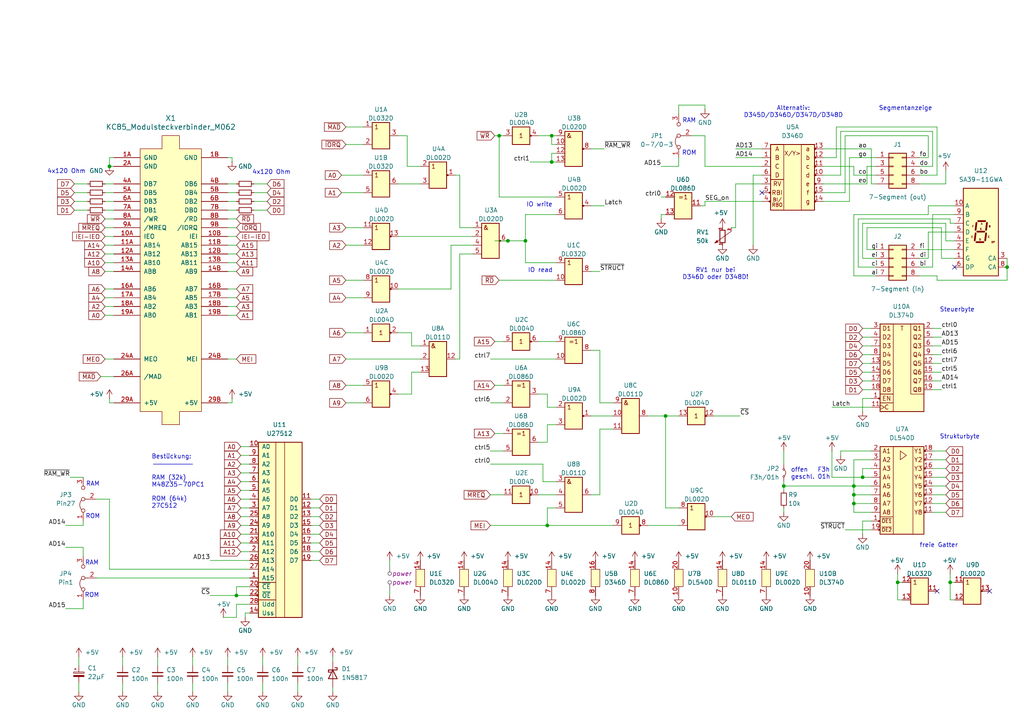
<source format=kicad_sch>
(kicad_sch (version 20231120) (generator "eeschema") (generator_version "8.0")
  (paper "A4")
  (title_block (title "M062.2") (date "12.5.24") (rev "2") (company "KC-Club") (comment 1 "boert"))
  (junction (at 292.1 77.47))
  (junction (at 160.02 46.99))
  (junction (at 247.65 140.97))
  (junction (at 275.59 168.91))
  (junction (at 68.58 172.72))
  (junction (at 152.4 69.85))
  (junction (at 250.19 138.43))
  (junction (at 247.65 146.05))
  (junction (at 31.75 48.26))
  (junction (at 158.75 152.4))
  (junction (at 247.65 143.51))
  (junction (at 144.78 39.37))
  (junction (at 260.35 168.91))
  (junction (at 193.04 120.65))
  (junction (at 227.33 140.97))
  (junction (at 147.32 69.85))
  (junction (at 160.02 39.37))
  (no_connect (at 287.02 171.45))
  (no_connect (at 271.78 171.45))
  (no_connect (at 276.86 77.47))
  (no_connect (at 220.98 55.88))
  (wire (pts (xy 252.73 146.05) (xy 247.65 146.05)))
  (wire (pts (xy 250.19 97.79) (xy 252.73 97.79)))
  (wire (pts (xy 143.51 111.76) (xy 146.05 111.76)))
  (wire (pts (xy 73.66 55.88) (xy 77.47 55.88)))
  (wire (pts (xy 30.48 91.44) (xy 33.02 91.44)))
  (wire (pts (xy 270.51 38.1) (xy 270.51 48.26)))
  (wire (pts (xy 35.56 198.12) (xy 35.56 200.66)))
  (wire (pts (xy 269.24 67.31) (xy 276.86 67.31)))
  (wire (pts (xy 69.85 152.4) (xy 72.39 152.4)))
  (wire (pts (xy 31.75 115.57) (xy 31.75 116.84)))
  (wire (pts (xy 242.57 45.72) (xy 242.57 36.83)))
  (wire (pts (xy 66.04 58.42) (xy 68.58 58.42)))
  (wire (pts (xy 22.86 198.12) (xy 22.86 200.66)))
  (wire (pts (xy 142.24 104.14) (xy 161.29 104.14)))
  (wire (pts (xy 247.65 140.97) (xy 247.65 143.51)))
  (wire (pts (xy 158.75 123.19) (xy 158.75 128.27)))
  (wire (pts (xy 100.33 86.36) (xy 105.41 86.36)))
  (wire (pts (xy 21.59 58.42) (xy 25.4 58.42)))
  (wire (pts (xy 30.48 83.82) (xy 33.02 83.82)))
  (wire (pts (xy 250.19 107.95) (xy 252.73 107.95)))
  (wire (pts (xy 161.29 46.99) (xy 160.02 46.99)))
  (wire (pts (xy 30.48 73.66) (xy 33.02 73.66)))
  (wire (pts (xy 66.04 76.2) (xy 68.58 76.2)))
  (wire (pts (xy 99.06 55.88) (xy 105.41 55.88)))
  (wire (pts (xy 90.17 147.32) (xy 92.71 147.32)))
  (wire (pts (xy 142.24 152.4) (xy 158.75 152.4)))
  (wire (pts (xy 71.12 177.8) (xy 71.12 179.07)))
  (wire (pts (xy 270.51 135.89) (xy 274.32 135.89)))
  (wire (pts (xy 66.04 55.88) (xy 68.58 55.88)))
  (wire (pts (xy 31.75 116.84) (xy 33.02 116.84)))
  (wire (pts (xy 144.78 81.28) (xy 161.29 81.28)))
  (wire (pts (xy 207.01 149.86) (xy 212.09 149.86)))
  (wire (pts (xy 119.38 100.33) (xy 119.38 96.52)))
  (wire (pts (xy 158.75 128.27) (xy 156.21 128.27)))
  (wire (pts (xy 251.46 72.39) (xy 254 72.39)))
  (wire (pts (xy 69.85 142.24) (xy 72.39 142.24)))
  (wire (pts (xy 118.11 48.26) (xy 121.92 48.26)))
  (wire (pts (xy 30.48 60.96) (xy 33.02 60.96)))
  (wire (pts (xy 274.32 69.85) (xy 276.86 69.85)))
  (wire (pts (xy 187.96 152.4) (xy 196.85 152.4)))
  (wire (pts (xy 266.7 72.39) (xy 276.86 72.39)))
  (wire (pts (xy 275.59 166.37) (xy 275.59 168.91)))
  (wire (pts (xy 254 45.72) (xy 246.38 45.72)))
  (wire (pts (xy 171.45 78.74) (xy 173.99 78.74)))
  (wire (pts (xy 69.85 147.32) (xy 72.39 147.32)))
  (wire (pts (xy 66.04 83.82) (xy 68.58 83.82)))
  (wire (pts (xy 196.85 147.32) (xy 193.04 147.32)))
  (wire (pts (xy 273.05 100.33) (xy 270.51 100.33)))
  (wire (pts (xy 158.75 118.11) (xy 158.75 114.3)))
  (wire (pts (xy 252.73 143.51) (xy 247.65 143.51)))
  (wire (pts (xy 66.04 198.12) (xy 66.04 200.66)))
  (wire (pts (xy 270.51 62.23) (xy 270.51 77.47)))
  (wire (pts (xy 218.44 50.8) (xy 218.44 71.12)))
  (wire (pts (xy 72.39 177.8) (xy 71.12 177.8)))
  (wire (pts (xy 252.73 135.89) (xy 250.19 135.89)))
  (wire (pts (xy 273.05 105.41) (xy 270.51 105.41)))
  (wire (pts (xy 153.67 46.99) (xy 160.02 46.99)))
  (wire (pts (xy 196.85 30.48) (xy 196.85 33.02)))
  (wire (pts (xy 270.51 148.59) (xy 274.32 148.59)))
  (wire (pts (xy 67.31 115.57) (xy 67.31 116.84)))
  (wire (pts (xy 250.19 135.89) (xy 250.19 138.43)))
  (wire (pts (xy 143.51 69.85) (xy 147.32 69.85)))
  (wire (pts (xy 273.05 107.95) (xy 270.51 107.95)))
  (wire (pts (xy 241.3 118.11) (xy 252.73 118.11)))
  (wire (pts (xy 254 53.34) (xy 252.73 53.34)))
  (wire (pts (xy 247.65 50.8) (xy 247.65 48.26)))
  (wire (pts (xy 100.33 96.52) (xy 105.41 96.52)))
  (wire (pts (xy 21.59 60.96) (xy 25.4 60.96)))
  (wire (pts (xy 227.33 147.32) (xy 227.33 148.59)))
  (wire (pts (xy 113.03 162.56) (xy 113.03 163.83)))
  (wire (pts (xy 157.48 134.62) (xy 157.48 139.7)))
  (wire (pts (xy 238.76 53.34) (xy 251.46 53.34)))
  (wire (pts (xy 252.73 43.18) (xy 252.73 53.34)))
  (wire (pts (xy 133.35 50.8) (xy 132.08 50.8)))
  (wire (pts (xy 275.59 168.91) (xy 276.86 168.91)))
  (wire (pts (xy 158.75 152.4) (xy 177.8 152.4)))
  (wire (pts (xy 69.85 132.08) (xy 72.39 132.08)))
  (wire (pts (xy 227.33 140.97) (xy 247.65 140.97)))
  (wire (pts (xy 66.04 104.14) (xy 68.58 104.14)))
  (wire (pts (xy 90.17 152.4) (xy 92.71 152.4)))
  (wire (pts (xy 213.36 43.18) (xy 220.98 43.18)))
  (wire (pts (xy 99.06 50.8) (xy 105.41 50.8)))
  (wire (pts (xy 76.2 198.12) (xy 76.2 200.66)))
  (wire (pts (xy 273.05 66.04) (xy 273.05 74.93)))
  (wire (pts (xy 212.09 66.04) (xy 213.36 66.04)))
  (wire (pts (xy 45.72 190.5) (xy 45.72 193.04)))
  (wire (pts (xy 90.17 157.48) (xy 92.71 157.48)))
  (wire (pts (xy 144.78 57.15) (xy 144.78 39.37)))
  (wire (pts (xy 76.2 190.5) (xy 76.2 193.04)))
  (wire (pts (xy 66.04 71.12) (xy 68.58 71.12)))
  (wire (pts (xy 254 48.26) (xy 251.46 48.26)))
  (wire (pts (xy 113.03 171.45) (xy 113.03 172.72)))
  (wire (pts (xy 238.76 50.8) (xy 243.84 50.8)))
  (wire (pts (xy 261.62 173.99) (xy 260.35 173.99)))
  (wire (pts (xy 142.24 130.81) (xy 146.05 130.81)))
  (wire (pts (xy 137.16 66.04) (xy 133.35 66.04)))
  (wire (pts (xy 60.96 162.56) (xy 72.39 162.56)))
  (wire (pts (xy 160.02 39.37) (xy 161.29 39.37)))
  (polyline (pts (xy 44.45 134.62) (xy 55.88 134.62)))
  (wire (pts (xy 193.04 120.65) (xy 193.04 147.32)))
  (wire (pts (xy 270.51 130.81) (xy 274.32 130.81)))
  (wire (pts (xy 266.7 45.72) (xy 269.24 45.72)))
  (wire (pts (xy 252.73 140.97) (xy 247.65 140.97)))
  (wire (pts (xy 270.51 146.05) (xy 274.32 146.05)))
  (wire (pts (xy 31.75 48.26) (xy 31.75 45.72)))
  (wire (pts (xy 66.04 60.96) (xy 68.58 60.96)))
  (wire (pts (xy 292.1 74.93) (xy 292.1 77.47)))
  (wire (pts (xy 252.73 133.35) (xy 247.65 133.35)))
  (wire (pts (xy 66.04 116.84) (xy 67.31 116.84)))
  (wire (pts (xy 137.16 71.12) (xy 130.81 71.12)))
  (wire (pts (xy 55.88 198.12) (xy 55.88 200.66)))
  (wire (pts (xy 238.76 58.42) (xy 246.38 58.42)))
  (wire (pts (xy 252.73 151.13) (xy 250.19 151.13)))
  (wire (pts (xy 193.04 120.65) (xy 196.85 120.65)))
  (wire (pts (xy 130.81 71.12) (xy 130.81 83.82)))
  (wire (pts (xy 251.46 72.39) (xy 251.46 66.04)))
  (wire (pts (xy 19.05 158.75) (xy 24.13 158.75)))
  (wire (pts (xy 133.35 66.04) (xy 133.35 50.8)))
  (wire (pts (xy 31.75 144.78) (xy 31.75 165.1)))
  (wire (pts (xy 24.13 173.99) (xy 24.13 176.53)))
  (wire (pts (xy 269.24 74.93) (xy 269.24 67.31)))
  (wire (pts (xy 31.75 45.72) (xy 33.02 45.72)))
  (wire (pts (xy 250.19 138.43) (xy 241.3 138.43)))
  (wire (pts (xy 73.66 58.42) (xy 77.47 58.42)))
  (wire (pts (xy 66.04 73.66) (xy 68.58 73.66)))
  (wire (pts (xy 213.36 53.34) (xy 220.98 53.34)))
  (wire (pts (xy 100.33 71.12) (xy 105.41 71.12)))
  (wire (pts (xy 266.7 74.93) (xy 269.24 74.93)))
  (wire (pts (xy 73.66 53.34) (xy 77.47 53.34)))
  (wire (pts (xy 100.33 104.14) (xy 121.92 104.14)))
  (wire (pts (xy 204.47 39.37) (xy 204.47 48.26)))
  (wire (pts (xy 173.99 116.84) (xy 173.99 101.6)))
  (wire (pts (xy 254 77.47) (xy 248.92 77.47)))
  (wire (pts (xy 158.75 147.32) (xy 161.29 147.32)))
  (wire (pts (xy 66.04 190.5) (xy 66.04 193.04)))
  (wire (pts (xy 269.24 39.37) (xy 269.24 45.72)))
  (wire (pts (xy 275.59 168.91) (xy 275.59 173.99)))
  (wire (pts (xy 260.35 173.99) (xy 260.35 168.91)))
  (wire (pts (xy 204.47 31.75) (xy 204.47 30.48)))
  (wire (pts (xy 68.58 179.07) (xy 68.58 175.26)))
  (wire (pts (xy 30.48 76.2) (xy 33.02 76.2)))
  (wire (pts (xy 158.75 123.19) (xy 161.29 123.19)))
  (wire (pts (xy 67.31 45.72) (xy 66.04 45.72)))
  (wire (pts (xy 187.96 120.65) (xy 193.04 120.65)))
  (wire (pts (xy 243.84 50.8) (xy 243.84 38.1)))
  (wire (pts (xy 177.8 124.46) (xy 173.99 124.46)))
  (wire (pts (xy 251.46 66.04) (xy 273.05 66.04)))
  (wire (pts (xy 276.86 62.23) (xy 270.51 62.23)))
  (wire (pts (xy 273.05 74.93) (xy 276.86 74.93)))
  (wire (pts (xy 66.04 66.04) (xy 68.58 66.04)))
  (wire (pts (xy 191.77 62.23) (xy 193.04 62.23)))
  (wire (pts (xy 250.19 110.49) (xy 252.73 110.49)))
  (wire (pts (xy 30.48 78.74) (xy 33.02 78.74)))
  (wire (pts (xy 67.31 46.99) (xy 67.31 45.72)))
  (wire (pts (xy 115.57 114.3) (xy 119.38 114.3)))
  (wire (pts (xy 270.51 138.43) (xy 274.32 138.43)))
  (wire (pts (xy 30.48 71.12) (xy 33.02 71.12)))
  (wire (pts (xy 19.05 176.53) (xy 24.13 176.53)))
  (wire (pts (xy 227.33 140.97) (xy 227.33 139.7)))
  (wire (pts (xy 271.78 80.01) (xy 271.78 81.28)))
  (wire (pts (xy 171.45 120.65) (xy 177.8 120.65)))
  (wire (pts (xy 147.32 69.85) (xy 152.4 69.85)))
  (wire (pts (xy 66.04 63.5) (xy 68.58 63.5)))
  (wire (pts (xy 250.19 64.77) (xy 274.32 64.77)))
  (wire (pts (xy 275.59 63.5) (xy 275.59 64.77)))
  (wire (pts (xy 30.48 55.88) (xy 33.02 55.88)))
  (wire (pts (xy 271.78 81.28) (xy 292.1 81.28)))
  (wire (pts (xy 241.3 130.81) (xy 241.3 138.43)))
  (wire (pts (xy 250.19 151.13) (xy 250.19 154.94)))
  (wire (pts (xy 250.19 74.93) (xy 250.19 64.77)))
  (wire (pts (xy 69.85 129.54) (xy 72.39 129.54)))
  (wire (pts (xy 196.85 45.72) (xy 196.85 48.26)))
  (wire (pts (xy 161.29 118.11) (xy 158.75 118.11)))
  (wire (pts (xy 173.99 101.6) (xy 171.45 101.6)))
  (wire (pts (xy 68.58 175.26) (xy 72.39 175.26)))
  (wire (pts (xy 238.76 48.26) (xy 247.65 48.26)))
  (wire (pts (xy 191.77 57.15) (xy 193.04 57.15)))
  (wire (pts (xy 55.88 190.5) (xy 55.88 193.04)))
  (wire (pts (xy 227.33 134.62) (xy 227.33 130.81)))
  (wire (pts (xy 251.46 48.26) (xy 251.46 53.34)))
  (wire (pts (xy 161.29 41.91) (xy 160.02 41.91)))
  (wire (pts (xy 220.98 50.8) (xy 218.44 50.8)))
  (wire (pts (xy 245.11 39.37) (xy 269.24 39.37)))
  (wire (pts (xy 254 80.01) (xy 247.65 80.01)))
  (wire (pts (xy 121.92 100.33) (xy 119.38 100.33)))
  (wire (pts (xy 100.33 66.04) (xy 105.41 66.04)))
  (wire (pts (xy 247.65 146.05) (xy 247.65 148.59)))
  (wire (pts (xy 21.59 55.88) (xy 25.4 55.88)))
  (wire (pts (xy 66.04 91.44) (xy 68.58 91.44)))
  (wire (pts (xy 115.57 96.52) (xy 119.38 96.52)))
  (wire (pts (xy 133.35 73.66) (xy 133.35 104.14)))
  (wire (pts (xy 64.77 179.07) (xy 68.58 179.07)))
  (wire (pts (xy 69.85 154.94) (xy 72.39 154.94)))
  (wire (pts (xy 69.85 160.02) (xy 72.39 160.02)))
  (wire (pts (xy 66.04 78.74) (xy 68.58 78.74)))
  (wire (pts (xy 27.94 167.64) (xy 72.39 167.64)))
  (wire (pts (xy 90.17 149.86) (xy 92.71 149.86)))
  (wire (pts (xy 118.11 48.26) (xy 118.11 39.37)))
  (wire (pts (xy 69.85 137.16) (xy 72.39 137.16)))
  (wire (pts (xy 100.33 36.83) (xy 105.41 36.83)))
  (wire (pts (xy 207.01 120.65) (xy 214.63 120.65)))
  (wire (pts (xy 248.92 63.5) (xy 275.59 63.5)))
  (wire (pts (xy 273.05 102.87) (xy 270.51 102.87)))
  (wire (pts (xy 152.4 62.23) (xy 152.4 69.85)))
  (wire (pts (xy 274.32 53.34) (xy 274.32 49.53)))
  (wire (pts (xy 160.02 44.45) (xy 161.29 44.45)))
  (wire (pts (xy 246.38 45.72) (xy 246.38 58.42)))
  (wire (pts (xy 24.13 161.29) (xy 24.13 158.75)))
  (wire (pts (xy 152.4 69.85) (xy 152.4 76.2)))
  (wire (pts (xy 161.29 62.23) (xy 152.4 62.23)))
  (wire (pts (xy 96.52 190.5) (xy 96.52 191.77)))
  (wire (pts (xy 20.32 138.43) (xy 24.13 138.43)))
  (wire (pts (xy 270.51 95.25) (xy 273.05 95.25)))
  (wire (pts (xy 156.21 143.51) (xy 161.29 143.51)))
  (wire (pts (xy 250.19 105.41) (xy 252.73 105.41)))
  (wire (pts (xy 266.7 80.01) (xy 271.78 80.01)))
  (wire (pts (xy 260.35 168.91) (xy 260.35 166.37)))
  (wire (pts (xy 146.05 39.37) (xy 144.78 39.37)))
  (wire (pts (xy 260.35 168.91) (xy 261.62 168.91)))
  (wire (pts (xy 238.76 43.18) (xy 252.73 43.18)))
  (wire (pts (xy 68.58 172.72) (xy 72.39 172.72)))
  (wire (pts (xy 143.51 125.73) (xy 146.05 125.73)))
  (wire (pts (xy 247.65 143.51) (xy 247.65 146.05)))
  (wire (pts (xy 96.52 199.39) (xy 96.52 200.66)))
  (wire (pts (xy 100.33 116.84) (xy 105.41 116.84)))
  (wire (pts (xy 247.65 140.97) (xy 247.65 133.35)))
  (wire (pts (xy 191.77 48.26) (xy 196.85 48.26)))
  (wire (pts (xy 30.48 68.58) (xy 33.02 68.58)))
  (wire (pts (xy 245.11 153.67) (xy 252.73 153.67)))
  (wire (pts (xy 245.11 55.88) (xy 245.11 39.37)))
  (wire (pts (xy 171.45 43.18) (xy 175.26 43.18)))
  (wire (pts (xy 115.57 39.37) (xy 118.11 39.37)))
  (wire (pts (xy 86.36 190.5) (xy 86.36 193.04)))
  (wire (pts (xy 90.17 144.78) (xy 92.71 144.78)))
  (wire (pts (xy 250.19 115.57) (xy 252.73 115.57)))
  (wire (pts (xy 243.84 38.1) (xy 270.51 38.1)))
  (wire (pts (xy 171.45 59.69) (xy 175.26 59.69)))
  (wire (pts (xy 274.32 64.77) (xy 274.32 69.85)))
  (wire (pts (xy 115.57 53.34) (xy 121.92 53.34)))
  (wire (pts (xy 100.33 41.91) (xy 105.41 41.91)))
  (wire (pts (xy 142.24 143.51) (xy 146.05 143.51)))
  (wire (pts (xy 238.76 45.72) (xy 242.57 45.72)))
  (wire (pts (xy 250.19 100.33) (xy 252.73 100.33)))
  (wire (pts (xy 204.47 58.42) (xy 220.98 58.42)))
  (wire (pts (xy 191.77 63.5) (xy 191.77 62.23)))
  (wire (pts (xy 252.73 138.43) (xy 250.19 138.43)))
  (wire (pts (xy 69.85 149.86) (xy 72.39 149.86)))
  (wire (pts (xy 274.32 53.34) (xy 266.7 53.34)))
  (wire (pts (xy 213.36 45.72) (xy 220.98 45.72)))
  (wire (pts (xy 30.48 86.36) (xy 33.02 86.36)))
  (wire (pts (xy 270.51 140.97) (xy 274.32 140.97)))
  (wire (pts (xy 29.21 109.22) (xy 33.02 109.22)))
  (wire (pts (xy 213.36 66.04) (xy 213.36 53.34)))
  (wire (pts (xy 119.38 107.95) (xy 119.38 114.3)))
  (wire (pts (xy 250.19 113.03) (xy 252.73 113.03)))
  (wire (pts (xy 142.24 134.62) (xy 157.48 134.62)))
  (wire (pts (xy 73.66 60.96) (xy 77.47 60.96)))
  (wire (pts (xy 173.99 124.46) (xy 173.99 143.51)))
  (wire (pts (xy 30.48 53.34) (xy 33.02 53.34)))
  (wire (pts (xy 24.13 151.13) (xy 24.13 152.4)))
  (wire (pts (xy 19.05 152.4) (xy 24.13 152.4)))
  (wire (pts (xy 271.78 36.83) (xy 271.78 50.8)))
  (wire (pts (xy 90.17 162.56) (xy 92.71 162.56)))
  (wire (pts (xy 100.33 81.28) (xy 105.41 81.28)))
  (wire (pts (xy 196.85 30.48) (xy 204.47 30.48)))
  (wire (pts (xy 247.65 80.01) (xy 247.65 62.23)))
  (wire (pts (xy 72.39 170.18) (xy 68.58 170.18)))
  (wire (pts (xy 143.51 39.37) (xy 144.78 39.37)))
  (wire (pts (xy 275.59 64.77) (xy 276.86 64.77)))
  (wire (pts (xy 90.17 160.02) (xy 92.71 160.02)))
  (wire (pts (xy 31.75 144.78) (xy 27.94 144.78)))
  (wire (pts (xy 250.19 74.93) (xy 254 74.93)))
  (wire (pts (xy 157.48 139.7) (xy 161.29 139.7)))
  (wire (pts (xy 158.75 114.3) (xy 156.21 114.3)))
  (wire (pts (xy 252.73 148.59) (xy 247.65 148.59)))
  (wire (pts (xy 243.84 132.08) (xy 243.84 130.81)))
  (wire (pts (xy 269.24 59.69) (xy 276.86 59.69)))
  (wire (pts (xy 161.29 76.2) (xy 152.4 76.2)))
  (wire (pts (xy 132.08 104.14) (xy 133.35 104.14)))
  (wire (pts (xy 30.48 63.5) (xy 33.02 63.5)))
  (wire (pts (xy 69.85 157.48) (xy 72.39 157.48)))
  (wire (pts (xy 266.7 77.47) (xy 270.51 77.47)))
  (wire (pts (xy 143.51 99.06) (xy 146.05 99.06)))
  (wire (pts (xy 66.04 68.58) (xy 68.58 68.58)))
  (wire (pts (xy 21.59 53.34) (xy 25.4 53.34)))
  (wire (pts (xy 243.84 130.81) (xy 252.73 130.81)))
  (wire (pts (xy 121.92 107.95) (xy 119.38 107.95)))
  (wire (pts (xy 160.02 39.37) (xy 160.02 41.91)))
  (wire (pts (xy 69.85 144.78) (xy 72.39 144.78)))
  (wire (pts (xy 30.48 88.9) (xy 33.02 88.9)))
  (wire (pts (xy 30.48 66.04) (xy 33.02 66.04)))
  (wire (pts (xy 248.92 77.47) (xy 248.92 63.5)))
  (wire (pts (xy 250.19 119.38) (xy 250.19 115.57)))
  (wire (pts (xy 173.99 143.51) (xy 171.45 143.51)))
  (wire (pts (xy 142.24 116.84) (xy 146.05 116.84)))
  (wire (pts (xy 292.1 77.47) (xy 292.1 81.28)))
  (wire (pts (xy 90.17 154.94) (xy 92.71 154.94)))
  (wire (pts (xy 100.33 111.76) (xy 105.41 111.76)))
  (wire (pts (xy 227.33 140.97) (xy 227.33 142.24)))
  (wire (pts (xy 66.04 86.36) (xy 68.58 86.36)))
  (wire (pts (xy 270.51 143.51) (xy 274.32 143.51)))
  (wire (pts (xy 156.21 99.06) (xy 161.29 99.06)))
  (wire (pts (xy 160.02 46.99) (xy 160.02 44.45)))
  (wire (pts (xy 69.85 139.7) (xy 72.39 139.7)))
  (wire (pts (xy 275.59 173.99) (xy 276.86 173.99)))
  (wire (pts (xy 238.76 55.88) (xy 245.11 55.88)))
  (wire (pts (xy 30.48 58.42) (xy 33.02 58.42)))
  (wire (pts (xy 266.7 50.8) (xy 271.78 50.8)))
  (wire (pts (xy 270.51 133.35) (xy 274.32 133.35)))
  (wire (pts (xy 158.75 147.32) (xy 158.75 152.4)))
  (wire (pts (xy 45.72 198.12) (xy 45.72 200.66)))
  (wire (pts (xy 177.8 116.84) (xy 173.99 116.84)))
  (wire (pts (xy 161.29 57.15) (xy 144.78 57.15)))
  (wire (pts (xy 204.47 48.26) (xy 220.98 48.26)))
  (wire (pts (xy 273.05 113.03) (xy 270.51 113.03)))
  (wire (pts (xy 115.57 68.58) (xy 137.16 68.58)))
  (wire (pts (xy 156.21 39.37) (xy 160.02 39.37)))
  (wire (pts (xy 66.04 53.34) (xy 68.58 53.34)))
  (wire (pts (xy 30.48 104.14) (xy 33.02 104.14)))
  (wire (pts (xy 86.36 198.12) (xy 86.36 200.66)))
  (wire (pts (xy 269.24 62.23) (xy 269.24 59.69)))
  (wire (pts (xy 115.57 83.82) (xy 130.81 83.82)))
  (wire (pts (xy 270.51 97.79) (xy 273.05 97.79)))
  (wire (pts (xy 60.96 172.72) (xy 68.58 172.72)))
  (wire (pts (xy 250.19 102.87) (xy 252.73 102.87)))
  (wire (pts (xy 266.7 48.26) (xy 270.51 48.26)))
  (wire (pts (xy 35.56 190.5) (xy 35.56 193.04)))
  (wire (pts (xy 250.19 95.25) (xy 252.73 95.25)))
  (wire (pts (xy 137.16 73.66) (xy 133.35 73.66)))
  (wire (pts (xy 273.05 110.49) (xy 270.51 110.49)))
  (wire (pts (xy 254 50.8) (xy 247.65 50.8)))
  (wire (pts (xy 204.47 58.42) (xy 204.47 59.69)))
  (wire (pts (xy 242.57 36.83) (xy 271.78 36.83)))
  (wire (pts (xy 247.65 62.23) (xy 269.24 62.23)))
  (wire (pts (xy 22.86 190.5) (xy 22.86 193.04)))
  (wire (pts (xy 204.47 59.69) (xy 203.2 59.69)))
  (wire (pts (xy 31.75 48.26) (xy 33.02 48.26)))
  (wire (pts (xy 69.85 134.62) (xy 72.39 134.62)))
  (wire (pts (xy 200.66 39.37) (xy 204.47 39.37)))
  (wire (pts (xy 68.58 170.18) (xy 68.58 172.72)))
  (wire (pts (xy 66.04 88.9) (xy 68.58 88.9)))
  (wire (pts (xy 72.39 165.1) (xy 31.75 165.1)))
  (text "Steuerbyte" (at 277.622 89.916 0) (effects (font (size 1.27 1.27))))
  (text "ROM" (at 26.924 149.86 0) (effects (font (size 1.27 1.27))))
  (text "4x120 Ohm" (at 19.304 49.784 0) (effects (font (size 1.27 1.27))))
  (text "IO read" (at 156.718 78.486 0) (effects (font (size 1.27 1.27))))
  (text "IO write" (at 156.464 59.436 0) (effects (font (size 1.27 1.27))))
  (text "Strukturbyte" (at 278.384 126.746 0) (effects (font (size 1.27 1.27))))
  (text "RV1 nur bei\nD346D oder D348D!" (at 207.518 79.502 0) (effects (font (size 1.27 1.27))))
  (text "ROM" (at 199.898 44.45 0) (effects (font (size 1.27 1.27))))
  (text "ROM" (at 26.67 172.72 0) (effects (font (size 1.27 1.27))))
  (text "4x120 Ohm" (at 78.74 50.038 0) (effects (font (size 1.27 1.27))))
  (text "RAM" (at 26.924 140.462 0) (effects (font (size 1.27 1.27))))
  (text "freie Gatter" (at 272.288 158.242 0) (effects (font (size 1.27 1.27))))
  (text "Bestückung:\n\n\nRAM (32k)\nM48Z35-70PC1\n\nROM (64k)\n27C512" (at 43.942 139.7 0) (effects (font (size 1.27 1.27)) (justify left)))
  (text "RAM" (at 26.67 163.322 0) (effects (font (size 1.27 1.27))))
  (text "offen   F3h\ngeschl. 01h" (at 229.362 137.414 0) (effects (font (size 1.27 1.27)) (justify left)))
  (text "Segmentanzeige" (at 262.636 31.496 0) (effects (font (size 1.27 1.27))))
  (text "RAM" (at 199.898 35.052 0) (effects (font (size 1.27 1.27))))
  (text "Alternativ:\nD345D/D346D/D347D/D348D" (at 230.124 32.512 0) (effects (font (size 1.27 1.27))))
  (label "ctrl1" (at 153.67 46.99 180))
  (label "fo" (at 266.7 45.72 0))
  (label "ctrl0" (at 273.05 95.25 0))
  (label "AD15" (at 19.05 176.53 180))
  (label "ctrl1" (at 273.05 113.03 0))
  (label "ctrl7" (at 273.05 105.41 0))
  (label "~{CS}" (at 214.63 120.65 0))
  (label "AD14" (at 213.36 45.72 0))
  (label "go" (at 248.92 45.72 0))
  (label "~{RAM_WR}" (at 20.32 138.43 180))
  (label "ctrl6" (at 273.05 102.87 0))
  (label "AD14" (at 273.05 110.49 0))
  (label "AD15" (at 273.05 100.33 0))
  (label "do" (at 266.7 48.26 0))
  (label "ctrl6" (at 142.24 116.84 180))
  (label "~{RAM_WR}" (at 175.26 43.18 0))
  (label "Latch" (at 241.3 118.11 0))
  (label "AD15" (at 191.77 48.26 180))
  (label "ctrl0" (at 191.77 57.15 180))
  (label "ao" (at 248.92 43.18 0))
  (label "eo" (at 248.92 53.34 0))
  (label "ei" (at 252.73 74.93 0))
  (label "bo" (at 266.7 50.8 0))
  (label "ci" (at 252.73 77.47 0))
  (label "SEG_on" (at 204.47 58.42 0))
  (label "~{CS}" (at 60.96 172.72 180))
  (label "AD13" (at 60.96 162.56 180))
  (label "~{STRUCT}" (at 173.99 78.74 0))
  (label "AD14" (at 19.05 152.4 180))
  (label "gi" (at 252.73 72.39 0))
  (label "di" (at 266.7 74.93 0))
  (label "ctrl5" (at 142.24 130.81 180))
  (label "fi" (at 266.7 72.39 0))
  (label "ctrl7" (at 142.24 104.14 180))
  (label "ctrl5" (at 273.05 107.95 0))
  (label "ctrl0" (at 142.24 134.62 180))
  (label "~{STRUCT}" (at 245.11 153.67 180))
  (label "ai" (at 252.73 80.01 0))
  (label "AD13" (at 273.05 97.79 0))
  (label "bi" (at 266.7 77.47 0))
  (label "Latch" (at 175.26 59.69 0))
  (label "co" (at 248.92 50.8 0))
  (label "AD14" (at 19.05 158.75 180))
  (label "AD13" (at 213.36 43.18 0))
  (global_label "A8" (shape input) (at 30.48 78.74 180) (property "Intersheetrefs" "${INTERSHEET_REFS}" (effects (hide yes))))
  (global_label "D2" (shape input) (at 77.47 58.42 0) (property "Intersheetrefs" "${INTERSHEET_REFS}" (effects (hide yes))))
  (global_label "A8" (shape input) (at 100.33 111.76 180) (property "Intersheetrefs" "${INTERSHEET_REFS}" (effects (hide yes))))
  (global_label "A11" (shape input) (at 68.58 76.2 0) (property "Intersheetrefs" "${INTERSHEET_REFS}" (effects (hide yes))))
  (global_label "D1" (shape input) (at 21.59 60.96 180) (property "Intersheetrefs" "${INTERSHEET_REFS}" (effects (hide yes))))
  (global_label "D7" (shape input) (at 274.32 148.59 0) (property "Intersheetrefs" "${INTERSHEET_REFS}" (effects (hide yes))))
  (global_label "A9" (shape input) (at 100.33 116.84 180) (property "Intersheetrefs" "${INTERSHEET_REFS}" (effects (hide yes))))
  (global_label "~{MAD}" (shape input) (at 100.33 36.83 180) (property "Intersheetrefs" "${INTERSHEET_REFS}" (effects (hide yes))))
  (global_label "D0" (shape input) (at 274.32 130.81 0) (property "Intersheetrefs" "${INTERSHEET_REFS}" (effects (hide yes))))
  (global_label "D5" (shape input) (at 92.71 157.48 0) (property "Intersheetrefs" "${INTERSHEET_REFS}" (effects (hide yes))))
  (global_label "D4" (shape input) (at 77.47 55.88 0) (property "Intersheetrefs" "${INTERSHEET_REFS}" (effects (hide yes))))
  (global_label "MEO" (shape input) (at 212.09 149.86 0) (property "Intersheetrefs" "${INTERSHEET_REFS}" (effects (hide yes))))
  (global_label "A7" (shape input) (at 100.33 104.14 180) (property "Intersheetrefs" "${INTERSHEET_REFS}" (effects (hide yes))))
  (global_label "A5" (shape input) (at 69.85 142.24 180) (property "Intersheetrefs" "${INTERSHEET_REFS}" (effects (hide yes))))
  (global_label "D0" (shape input) (at 250.19 95.25 180) (property "Intersheetrefs" "${INTERSHEET_REFS}" (effects (hide yes))))
  (global_label "A1" (shape input) (at 99.06 55.88 180) (property "Intersheetrefs" "${INTERSHEET_REFS}" (effects (hide yes))))
  (global_label "A9" (shape input) (at 69.85 152.4 180) (property "Intersheetrefs" "${INTERSHEET_REFS}" (effects (hide yes))))
  (global_label "D1" (shape input) (at 274.32 133.35 0) (property "Intersheetrefs" "${INTERSHEET_REFS}" (effects (hide yes))))
  (global_label "D3" (shape input) (at 274.32 138.43 0) (property "Intersheetrefs" "${INTERSHEET_REFS}" (effects (hide yes))))
  (global_label "A3" (shape input) (at 68.58 88.9 0) (property "Intersheetrefs" "${INTERSHEET_REFS}" (effects (hide yes))))
  (global_label "~{WR}" (shape input) (at 30.48 63.5 180) (property "Intersheetrefs" "${INTERSHEET_REFS}" (effects (hide yes))))
  (global_label "D1" (shape input) (at 92.71 147.32 0) (property "Intersheetrefs" "${INTERSHEET_REFS}" (effects (hide yes))))
  (global_label "D5" (shape input) (at 21.59 55.88 180) (property "Intersheetrefs" "${INTERSHEET_REFS}" (effects (hide yes))))
  (global_label "A1" (shape input) (at 68.58 91.44 0) (property "Intersheetrefs" "${INTERSHEET_REFS}" (effects (hide yes))))
  (global_label "A15" (shape input) (at 68.58 71.12 0) (property "Intersheetrefs" "${INTERSHEET_REFS}" (effects (hide yes))))
  (global_label "A4" (shape input) (at 100.33 86.36 180) (property "Intersheetrefs" "${INTERSHEET_REFS}" (effects (hide yes))))
  (global_label "~{RD}" (shape input) (at 68.58 63.5 0) (property "Intersheetrefs" "${INTERSHEET_REFS}" (effects (hide yes))))
  (global_label "A15" (shape input) (at 143.51 99.06 180) (property "Intersheetrefs" "${INTERSHEET_REFS}" (effects (hide yes))))
  (global_label "A13" (shape input) (at 68.58 73.66 0) (property "Intersheetrefs" "${INTERSHEET_REFS}" (effects (hide yes))))
  (global_label "D7" (shape input) (at 92.71 162.56 0) (property "Intersheetrefs" "${INTERSHEET_REFS}" (effects (hide yes))))
  (global_label "MEO" (shape input) (at 30.48 104.14 180) (property "Intersheetrefs" "${INTERSHEET_REFS}" (effects (hide yes))))
  (global_label "IEI-IEO" (shape input) (at 30.48 68.58 180) (property "Intersheetrefs" "${INTERSHEET_REFS}" (effects (hide yes))))
  (global_label "A3" (shape input) (at 69.85 137.16 180) (property "Intersheetrefs" "${INTERSHEET_REFS}" (effects (hide yes))))
  (global_label "~{MAD}" (shape input) (at 29.21 109.22 180) (property "Intersheetrefs" "${INTERSHEET_REFS}" (effects (hide yes))))
  (global_label "A5" (shape input) (at 68.58 86.36 0) (property "Intersheetrefs" "${INTERSHEET_REFS}" (effects (hide yes))))
  (global_label "D2" (shape input) (at 250.19 97.79 180) (property "Intersheetrefs" "${INTERSHEET_REFS}" (effects (hide yes))))
  (global_label "D4" (shape input) (at 250.19 100.33 180) (property "Intersheetrefs" "${INTERSHEET_REFS}" (effects (hide yes))))
  (global_label "D0" (shape input) (at 77.47 60.96 0) (property "Intersheetrefs" "${INTERSHEET_REFS}" (effects (hide yes))))
  (global_label "A1" (shape input) (at 69.85 132.08 180) (property "Intersheetrefs" "${INTERSHEET_REFS}" (effects (hide yes))))
  (global_label "D0" (shape input) (at 92.71 144.78 0) (property "Intersheetrefs" "${INTERSHEET_REFS}" (effects (hide yes))))
  (global_label "D7" (shape input) (at 21.59 53.34 180) (property "Intersheetrefs" "${INTERSHEET_REFS}" (effects (hide yes))))
  (global_label "A6" (shape input) (at 30.48 83.82 180) (property "Intersheetrefs" "${INTERSHEET_REFS}" (effects (hide yes))))
  (global_label "~{WR}" (shape input) (at 143.51 39.37 180) (property "Intersheetrefs" "${INTERSHEET_REFS}" (effects (hide yes))))
  (global_label "A4" (shape input) (at 69.85 139.7 180) (property "Intersheetrefs" "${INTERSHEET_REFS}" (effects (hide yes))))
  (global_label "A14" (shape input) (at 30.48 71.12 180) (property "Intersheetrefs" "${INTERSHEET_REFS}" (effects (hide yes))))
  (global_label "A12" (shape input) (at 30.48 73.66 180) (property "Intersheetrefs" "${INTERSHEET_REFS}" (effects (hide yes))))
  (global_label "~{RD}" (shape input) (at 144.78 81.28 180) (property "Intersheetrefs" "${INTERSHEET_REFS}" (effects (hide yes))))
  (global_label "D3" (shape input) (at 21.59 58.42 180) (property "Intersheetrefs" "${INTERSHEET_REFS}" (effects (hide yes))))
  (global_label "A0" (shape input) (at 30.48 91.44 180) (property "Intersheetrefs" "${INTERSHEET_REFS}" (effects (hide yes))))
  (global_label "D3" (shape input) (at 250.19 110.49 180) (property "Intersheetrefs" "${INTERSHEET_REFS}" (effects (hide yes))))
  (global_label "A10" (shape input) (at 69.85 154.94 180) (property "Intersheetrefs" "${INTERSHEET_REFS}" (effects (hide yes))))
  (global_label "MEI" (shape input) (at 68.58 104.14 0) (property "Intersheetrefs" "${INTERSHEET_REFS}" (effects (hide yes))))
  (global_label "A2" (shape input) (at 30.48 88.9 180) (property "Intersheetrefs" "${INTERSHEET_REFS}" (effects (hide yes))))
  (global_label "A13" (shape input) (at 143.51 125.73 180) (property "Intersheetrefs" "${INTERSHEET_REFS}" (effects (hide yes))))
  (global_label "A0" (shape input) (at 99.06 50.8 180) (property "Intersheetrefs" "${INTERSHEET_REFS}" (effects (hide yes))))
  (global_label "~{MREQ}" (shape input) (at 142.24 143.51 180) (property "Intersheetrefs" "${INTERSHEET_REFS}" (effects (hide yes))))
  (global_label "D1" (shape input) (at 250.19 113.03 180) (property "Intersheetrefs" "${INTERSHEET_REFS}" (effects (hide yes))))
  (global_label "D7" (shape input) (at 250.19 105.41 180) (property "Intersheetrefs" "${INTERSHEET_REFS}" (effects (hide yes))))
  (global_label "A0" (shape input) (at 69.85 129.54 180) (property "Intersheetrefs" "${INTERSHEET_REFS}" (effects (hide yes))))
  (global_label "D2" (shape input) (at 274.32 135.89 0) (property "Intersheetrefs" "${INTERSHEET_REFS}" (effects (hide yes))))
  (global_label "~{IORQ}" (shape input) (at 68.58 66.04 0) (property "Intersheetrefs" "${INTERSHEET_REFS}" (effects (hide yes))))
  (global_label "~{IORQ}" (shape input) (at 100.33 41.91 180) (property "Intersheetrefs" "${INTERSHEET_REFS}" (effects (hide yes))))
  (global_label "A2" (shape input) (at 69.85 134.62 180) (property "Intersheetrefs" "${INTERSHEET_REFS}" (effects (hide yes))))
  (global_label "D2" (shape input) (at 92.71 149.86 0) (property "Intersheetrefs" "${INTERSHEET_REFS}" (effects (hide yes))))
  (global_label "A12" (shape input) (at 69.85 160.02 180) (property "Intersheetrefs" "${INTERSHEET_REFS}" (effects (hide yes))))
  (global_label "A11" (shape input) (at 69.85 157.48 180) (property "Intersheetrefs" "${INTERSHEET_REFS}" (effects (hide yes))))
  (global_label "A5" (shape input) (at 100.33 81.28 180) (property "Intersheetrefs" "${INTERSHEET_REFS}" (effects (hide yes))))
  (global_label "D3" (shape input) (at 92.71 152.4 0) (property "Intersheetrefs" "${INTERSHEET_REFS}" (effects (hide yes))))
  (global_label "A7" (shape input) (at 69.85 147.32 180) (property "Intersheetrefs" "${INTERSHEET_REFS}" (effects (hide yes))))
  (global_label "IEI-IEO" (shape input) (at 68.58 68.58 0) (property "Intersheetrefs" "${INTERSHEET_REFS}" (effects (hide yes))))
  (global_label "A2" (shape input) (at 100.33 71.12 180) (property "Intersheetrefs" "${INTERSHEET_REFS}" (effects (hide yes))))
  (global_label "D5" (shape input) (at 250.19 107.95 180) (property "Intersheetrefs" "${INTERSHEET_REFS}" (effects (hide yes))))
  (global_label "A7" (shape input) (at 68.58 83.82 0) (property "Intersheetrefs" "${INTERSHEET_REFS}" (effects (hide yes))))
  (global_label "MEI" (shape input) (at 142.24 152.4 180) (property "Intersheetrefs" "${INTERSHEET_REFS}" (effects (hide yes))))
  (global_label "D6" (shape input) (at 92.71 160.02 0) (property "Intersheetrefs" "${INTERSHEET_REFS}" (effects (hide yes))))
  (global_label "A14" (shape input) (at 143.51 111.76 180) (property "Intersheetrefs" "${INTERSHEET_REFS}" (effects (hide yes))))
  (global_label "D4" (shape input) (at 274.32 140.97 0) (property "Intersheetrefs" "${INTERSHEET_REFS}" (effects (hide yes))))
  (global_label "A8" (shape input) (at 69.85 149.86 180) (property "Intersheetrefs" "${INTERSHEET_REFS}" (effects (hide yes))))
  (global_label "A3" (shape input) (at 100.33 66.04 180) (property "Intersheetrefs" "${INTERSHEET_REFS}" (effects (hide yes))))
  (global_label "A6" (shape input) (at 100.33 96.52 180) (property "Intersheetrefs" "${INTERSHEET_REFS}" (effects (hide yes))))
  (global_label "D6" (shape input) (at 77.47 53.34 0) (property "Intersheetrefs" "${INTERSHEET_REFS}" (effects (hide yes))))
  (global_label "A10" (shape input) (at 30.48 76.2 180) (property "Intersheetrefs" "${INTERSHEET_REFS}" (effects (hide yes))))
  (global_label "D5" (shape input) (at 274.32 143.51 0) (property "Intersheetrefs" "${INTERSHEET_REFS}" (effects (hide yes))))
  (global_label "D4" (shape input) (at 92.71 154.94 0) (property "Intersheetrefs" "${INTERSHEET_REFS}" (effects (hide yes))))
  (global_label "A6" (shape input) (at 69.85 144.78 180) (property "Intersheetrefs" "${INTERSHEET_REFS}" (effects (hide yes))))
  (global_label "D6" (shape input) (at 250.19 102.87 180) (property "Intersheetrefs" "${INTERSHEET_REFS}" (effects (hide yes))))
  (global_label "A9" (shape input) (at 68.58 78.74 0) (property "Intersheetrefs" "${INTERSHEET_REFS}" (effects (hide yes))))
  (global_label "D6" (shape input) (at 274.32 146.05 0) (property "Intersheetrefs" "${INTERSHEET_REFS}" (effects (hide yes))))
  (global_label "~{MREQ}" (shape input) (at 30.48 66.04 180) (property "Intersheetrefs" "${INTERSHEET_REFS}" (effects (hide yes))))
  (global_label "A4" (shape input) (at 30.48 86.36 180) (property "Intersheetrefs" "${INTERSHEET_REFS}" (effects (hide yes))))
  (netclass_flag "" (length 2.54) (shape round) (at 113.03 171.45 0) (property "Netclass" "power" (at 113.7285 168.91 0) (effects (font (italic yes)) (justify left))))
  (netclass_flag "" (length 2.54) (shape round) (at 113.03 163.83 180) (property "Netclass" "power" (at 113.7285 166.37 0) (effects (font (italic yes)) (justify left))))
  (symbol (lib_id "power:+5V") (at 172.72 162.56 0) (unit 1)
    (property "Reference" "#PWR018" (effects (hide yes)))
    (property "Value" "+5V" (at 176.53 161.29 0))
    (property "Description" "Power symbol creates a global label with name \"+5V\"" (effects (hide yes)))
  )
  (symbol (lib_id "RFT_Digitalschaltkreise:DL032D") (at 121.92 167.64 0) (unit 5)
    (property "Reference" "U1" (at 124.46 166.3699 0) (effects (justify left)))
    (property "Value" "DL032D" (at 124.46 168.9099 0) (effects (justify left)))
    (property "Footprint" "Package_DIP:DIP-14_W7.62mm_LongPads" (effects (hide yes)))
    (property "Datasheet" "https://www-user.tu-chemnitz.de/~heha/basteln/Konsumg%C3%BCter/DDR-Halbleiter/g.cgi?149" (effects (hide yes)))
    (property "Description" "4 OR-Gatter mit je 2 Eingängen" (effects (hide yes)))
  )
  (symbol (lib_id "RFT_Digitalschaltkreise:DL004D") (at 182.88 152.4 0) (unit 4)
    (property "Reference" "U2" (at 183.0705 146.05 0))
    (property "Value" "DL004D" (at 183.0705 148.59 0))
    (property "Footprint" "Package_DIP:DIP-14_W7.62mm_LongPads" (effects (hide yes)))
    (property "Datasheet" "https://www-user.tu-chemnitz.de/~heha/basteln/Konsumg%C3%BCter/DDR-Halbleiter/dl003.gif" (effects (hide yes)))
    (property "Description" "6 Inverter" (effects (hide yes)))
  )
  (symbol (lib_id "RFT_Digitalschaltkreise:DL011D") (at 209.55 167.64 0) (unit 4)
    (property "Reference" "U8" (at 212.09 166.3699 0) (effects (justify left)))
    (property "Value" "DL011D" (at 212.09 168.9099 0) (effects (justify left)))
    (property "Footprint" "Package_DIP:DIP-14_W7.62mm_LongPads" (effects (hide yes)))
    (property "Datasheet" "https://www-user.tu-chemnitz.de/~heha/basteln/Konsumg%C3%BCter/DDR-Halbleiter/dl008.gif" (effects (hide yes)))
    (property "Description" "3 AND-Gatter mit je 3 Eingängen" (effects (hide yes)))
  )
  (symbol (lib_id "power:GND") (at 55.88 200.66 0) (unit 1)
    (property "Reference" "#PWR049" (effects (hide yes)))
    (property "Value" "GND" (at 55.88 204.47 0))
    (property "Description" "Power symbol creates a global label with name \"GND\" , ground" (effects (hide yes)))
  )
  (symbol (lib_id "Device:R_Small") (at 27.94 55.88 90) (unit 1)
    (property "Reference" "R3" (effects (hide yes)))
    (property "Value" "120" (effects (hide yes)))
    (property "Footprint" "Resistor_THT:R_Axial_DIN0309_L9.0mm_D3.2mm_P15.24mm_Horizontal" (effects (hide yes)))
    (property "Description" "Resistor, small symbol" (effects (hide yes)))
  )
  (symbol (lib_id "Device:C_Small") (at 86.36 195.58 0) (unit 1)
    (property "Reference" "C7" (at 88.9 194.3162 0) (effects (justify left)))
    (property "Value" "100n" (at 88.9 196.8562 0) (effects (justify left)))
    (property "Footprint" "Capacitor_THT:C_Rect_L7.0mm_W2.0mm_P5.00mm" (effects (hide yes)))
    (property "Description" "Unpolarized capacitor, small symbol" (effects (hide yes)))
  )
  (symbol (lib_id "Jumper:Jumper_3_Bridged12") (at 24.13 144.78 90) (unit 1) (exclude_from_sim yes) (in_bom no)
    (property "Reference" "JP3" (at 19.05 143.51 90))
    (property "Value" "Pin27" (at 19.05 146.05 90))
    (property "Footprint" "Connector_PinHeader_2.54mm:PinHeader_1x03_P2.54mm_Vertical" (effects (hide yes)))
    (property "Description" "Jumper, 3-pole, pins 1+2 closed/bridged" (effects (hide yes)))
  )
  (symbol (lib_id "RFT_Digitalschaltkreise:DL002D") (at 110.49 114.3 0) (unit 2)
    (property "Reference" "U9" (at 110.6805 106.68 0))
    (property "Value" "DL002D" (at 110.6805 109.22 0))
    (property "Footprint" "Package_DIP:DIP-14_W7.62mm_LongPads" (effects (hide yes)))
    (property "Datasheet" "https://www-user.tu-chemnitz.de/~heha/basteln/Konsumg%C3%BCter/DDR-Halbleiter/dl000.gif" (effects (hide yes)))
    (property "Description" "4 NOR-Gatter mit je 2 Eingängen" (effects (hide yes)))
  )
  (symbol (lib_id "power:GND") (at 45.72 200.66 0) (unit 1)
    (property "Reference" "#PWR048" (effects (hide yes)))
    (property "Value" "GND" (at 45.72 204.47 0))
    (property "Description" "Power symbol creates a global label with name \"GND\" , ground" (effects (hide yes)))
  )
  (symbol (lib_id "RFT_Digitalschaltkreise:DL002D") (at 110.49 68.58 0) (unit 4)
    (property "Reference" "U4" (at 110.6805 60.96 0))
    (property "Value" "DL002D" (at 110.6805 63.5 0))
    (property "Footprint" "Package_DIP:DIP-14_W7.62mm_LongPads" (effects (hide yes)))
    (property "Datasheet" "https://www-user.tu-chemnitz.de/~heha/basteln/Konsumg%C3%BCter/DDR-Halbleiter/dl000.gif" (effects (hide yes)))
    (property "Description" "4 NOR-Gatter mit je 2 Eingängen" (effects (hide yes)))
  )
  (symbol (lib_id "power:GND") (at 218.44 71.12 0) (unit 1)
    (property "Reference" "#PWR06" (effects (hide yes)))
    (property "Value" "GND" (at 218.44 74.93 0))
    (property "Description" "Power symbol creates a global label with name \"GND\" , ground" (effects (hide yes)))
  )
  (symbol (lib_id "power:GND") (at 250.19 154.94 0) (unit 1)
    (property "Reference" "#PWR053" (effects (hide yes)))
    (property "Value" "GND" (at 250.19 158.75 0))
    (property "Description" "Power symbol creates a global label with name \"GND\" , ground" (effects (hide yes)))
  )
  (symbol (lib_id "power:GND") (at 147.32 172.72 0) (unit 1)
    (property "Reference" "#PWR028" (effects (hide yes)))
    (property "Value" "GND" (at 147.32 176.53 0))
    (property "Description" "Power symbol creates a global label with name \"GND\" , ground" (effects (hide yes)))
  )
  (symbol (lib_id "RFT_Digitalschaltkreise:DL004D") (at 151.13 99.06 0) (unit 3)
    (property "Reference" "U2" (at 151.3205 92.71 0))
    (property "Value" "DL004D" (at 151.3205 95.25 0))
    (property "Footprint" "Package_DIP:DIP-14_W7.62mm_LongPads" (effects (hide yes)))
    (property "Datasheet" "https://www-user.tu-chemnitz.de/~heha/basteln/Konsumg%C3%BCter/DDR-Halbleiter/dl003.gif" (effects (hide yes)))
    (property "Description" "6 Inverter" (effects (hide yes)))
  )
  (symbol (lib_id "power:+5V") (at 76.2 190.5 0) (unit 1)
    (property "Reference" "#PWR043" (effects (hide yes)))
    (property "Value" "+5V" (at 80.01 189.23 0))
    (property "Description" "Power symbol creates a global label with name \"+5V\"" (effects (hide yes)))
  )
  (symbol (lib_id "power:GND") (at 22.86 200.66 0) (unit 1)
    (property "Reference" "#PWR046" (effects (hide yes)))
    (property "Value" "GND" (at 22.86 204.47 0))
    (property "Description" "Power symbol creates a global label with name \"GND\" , ground" (effects (hide yes)))
  )
  (symbol (lib_id "power:+5V") (at 134.62 162.56 0) (unit 1)
    (property "Reference" "#PWR015" (effects (hide yes)))
    (property "Value" "+5V" (at 138.43 161.29 0))
    (property "Description" "Power symbol creates a global label with name \"+5V\"" (effects (hide yes)))
  )
  (symbol (lib_id "power:GND") (at 31.75 48.26 0) (unit 1)
    (property "Reference" "#PWR04" (effects (hide yes)))
    (property "Value" "GND" (at 27.94 49.53 0))
    (property "Description" "Power symbol creates a global label with name \"GND\" , ground" (effects (hide yes)))
  )
  (symbol (lib_id "RFT_Digitalschaltkreise:DL002D") (at 222.25 167.64 0) (unit 5)
    (property "Reference" "U9" (at 224.79 166.3699 0) (effects (justify left)))
    (property "Value" "DL002D" (at 224.79 168.9099 0) (effects (justify left)))
    (property "Footprint" "Package_DIP:DIP-14_W7.62mm_LongPads" (effects (hide yes)))
    (property "Datasheet" "https://www-user.tu-chemnitz.de/~heha/basteln/Konsumg%C3%BCter/DDR-Halbleiter/dl000.gif" (effects (hide yes)))
    (property "Description" "4 NOR-Gatter mit je 2 Eingängen" (effects (hide yes)))
  )
  (symbol (lib_id "power:GND") (at 196.85 172.72 0) (unit 1)
    (property "Reference" "#PWR032" (effects (hide yes)))
    (property "Value" "GND" (at 196.85 176.53 0))
    (property "Description" "Power symbol creates a global label with name \"GND\" , ground" (effects (hide yes)))
  )
  (symbol (lib_id "Device:R_Small") (at 71.12 53.34 90) (unit 1)
    (property "Reference" "R2" (effects (hide yes)))
    (property "Value" "120" (effects (hide yes)))
    (property "Footprint" "Resistor_THT:R_Axial_DIN0309_L9.0mm_D3.2mm_P15.24mm_Horizontal" (effects (hide yes)))
    (property "Description" "Resistor, small symbol" (effects (hide yes)))
  )
  (symbol (lib_id "RFT_Digitalschaltkreise:DL002D") (at 166.37 120.65 0) (unit 1)
    (property "Reference" "U9" (at 166.5605 113.03 0))
    (property "Value" "DL002D" (at 166.5605 115.57 0))
    (property "Footprint" "Package_DIP:DIP-14_W7.62mm_LongPads" (effects (hide yes)))
    (property "Datasheet" "https://www-user.tu-chemnitz.de/~heha/basteln/Konsumg%C3%BCter/DDR-Halbleiter/dl000.gif" (effects (hide yes)))
    (property "Description" "4 NOR-Gatter mit je 2 Eingängen" (effects (hide yes)))
  )
  (symbol (lib_id "Jumper:Jumper_2_Small_Bridged") (at 227.33 137.16 270) (mirror x) (unit 1) (exclude_from_sim yes)
    (property "Reference" "JP2" (at 226.06 135.8899 90) (effects (justify right)))
    (property "Value" "F3h/01h" (at 226.06 138.43 90) (effects (justify right)))
    (property "Footprint" "Connector_PinHeader_2.54mm:PinHeader_1x02_P2.54mm_Vertical" (effects (hide yes)))
    (property "Description" "Jumper, 2-pole, small symbol, bridged" (effects (hide yes)))
  )
  (symbol (lib_id "RFT_Digitalschaltkreise:DL086D") (at 198.12 59.69 0) (unit 4)
    (property "Reference" "U6" (at 198.12 52.07 0))
    (property "Value" "DL086D" (at 198.12 54.61 0))
    (property "Footprint" "Package_DIP:DIP-14_W7.62mm_LongPads" (effects (hide yes)))
    (property "Datasheet" "https://www-user.tu-chemnitz.de/~heha/basteln/Konsumg%C3%BCter/DDR-Halbleiter/dl074.gif" (effects (hide yes)))
    (property "Description" "4 Exklusiv-OR-Gatter mit je 2 Eingängen" (effects (hide yes)))
  )
  (symbol (lib_id "power:GND") (at 222.25 172.72 0) (unit 1)
    (property "Reference" "#PWR034" (effects (hide yes)))
    (property "Value" "GND" (at 222.25 176.53 0))
    (property "Description" "Power symbol creates a global label with name \"GND\" , ground" (effects (hide yes)))
  )
  (symbol (lib_id "Device:R_Small") (at 27.94 60.96 90) (unit 1)
    (property "Reference" "R7" (effects (hide yes)))
    (property "Value" "120" (effects (hide yes)))
    (property "Footprint" "Resistor_THT:R_Axial_DIN0309_L9.0mm_D3.2mm_P15.24mm_Horizontal" (effects (hide yes)))
    (property "Description" "Resistor, small symbol" (effects (hide yes)))
  )
  (symbol (lib_id "RFT_Digitalschaltkreise:DL086D") (at 184.15 167.64 0) (unit 5)
    (property "Reference" "U6" (at 186.69 166.3699 0) (effects (justify left)))
    (property "Value" "DL086D" (at 186.69 168.9099 0) (effects (justify left)))
    (property "Footprint" "Package_DIP:DIP-14_W7.62mm_LongPads" (effects (hide yes)))
    (property "Datasheet" "https://www-user.tu-chemnitz.de/~heha/basteln/Konsumg%C3%BCter/DDR-Halbleiter/dl074.gif" (effects (hide yes)))
    (property "Description" "4 Exklusiv-OR-Gatter mit je 2 Eingängen" (effects (hide yes)))
  )
  (symbol (lib_id "power:GND") (at 96.52 200.66 0) (unit 1)
    (property "Reference" "#PWR058" (effects (hide yes)))
    (property "Value" "GND" (at 96.52 204.47 0))
    (property "Description" "Power symbol creates a global label with name \"GND\" , ground" (effects (hide yes)))
  )
  (symbol (lib_id "power:+5V") (at 234.95 162.56 0) (unit 1)
    (property "Reference" "#PWR023" (effects (hide yes)))
    (property "Value" "+5V" (at 238.76 161.29 0))
    (property "Description" "Power symbol creates a global label with name \"+5V\"" (effects (hide yes)))
  )
  (symbol (lib_id "power:GND") (at 71.12 179.07 0) (unit 1)
    (property "Reference" "#PWR037" (effects (hide yes)))
    (property "Value" "GND" (at 71.12 182.88 0))
    (property "Description" "Power symbol creates a global label with name \"GND\" , ground" (effects (hide yes)))
  )
  (symbol (lib_id "power:+5V") (at 222.25 162.56 0) (unit 1)
    (property "Reference" "#PWR022" (effects (hide yes)))
    (property "Value" "+5V" (at 226.06 161.29 0))
    (property "Description" "Power symbol creates a global label with name \"+5V\"" (effects (hide yes)))
  )
  (symbol (lib_id "RFT_Digitalschaltkreise:DL002D") (at 201.93 149.86 0) (unit 3)
    (property "Reference" "U9" (at 202.1205 142.24 0))
    (property "Value" "DL002D" (at 202.1205 144.78 0))
    (property "Footprint" "Package_DIP:DIP-14_W7.62mm_LongPads" (effects (hide yes)))
    (property "Datasheet" "https://www-user.tu-chemnitz.de/~heha/basteln/Konsumg%C3%BCter/DDR-Halbleiter/dl000.gif" (effects (hide yes)))
    (property "Description" "4 NOR-Gatter mit je 2 Eingängen" (effects (hide yes)))
  )
  (symbol (lib_id "power:GND") (at 191.77 63.5 0) (unit 1)
    (property "Reference" "#PWR05" (effects (hide yes)))
    (property "Value" "GND" (at 191.77 67.31 0))
    (property "Description" "Power symbol creates a global label with name \"GND\" , ground" (effects (hide yes)))
  )
  (symbol (lib_id "power:+5V") (at 275.59 166.37 0) (unit 1)
    (property "Reference" "#PWR025" (effects (hide yes)))
    (property "Value" "+5V" (at 275.336 162.56 0))
    (property "Description" "Power symbol creates a global label with name \"+5V\"" (effects (hide yes)))
  )
  (symbol (lib_id "power:+5V") (at 274.32 49.53 0) (unit 1)
    (property "Reference" "#PWR045" (effects (hide yes)))
    (property "Value" "+5V" (at 273.812 45.212 0))
    (property "Description" "Power symbol creates a global label with name \"+5V\"" (effects (hide yes)))
  )
  (symbol (lib_id "power:GND") (at 67.31 46.99 0) (unit 1)
    (property "Reference" "#PWR03" (effects (hide yes)))
    (property "Value" "GND" (at 71.12 48.26 0))
    (property "Description" "Power symbol creates a global label with name \"GND\" , ground" (effects (hide yes)))
  )
  (symbol (lib_id "RFT_Digitalschaltkreise:DL004D") (at 134.62 167.64 0) (unit 7)
    (property "Reference" "U2" (at 137.16 166.3699 0) (effects (justify left)))
    (property "Value" "DL004D" (at 137.16 168.9099 0) (effects (justify left)))
    (property "Footprint" "Package_DIP:DIP-14_W7.62mm_LongPads" (effects (hide yes)))
    (property "Datasheet" "https://www-user.tu-chemnitz.de/~heha/basteln/Konsumg%C3%BCter/DDR-Halbleiter/dl003.gif" (effects (hide yes)))
    (property "Description" "6 Inverter" (effects (hide yes)))
  )
  (symbol (lib_id "power:GND") (at 35.56 200.66 0) (unit 1)
    (property "Reference" "#PWR047" (effects (hide yes)))
    (property "Value" "GND" (at 35.56 204.47 0))
    (property "Description" "Power symbol creates a global label with name \"GND\" , ground" (effects (hide yes)))
  )
  (symbol (lib_id "power:+5V") (at 35.56 190.5 0) (unit 1)
    (property "Reference" "#PWR039" (effects (hide yes)))
    (property "Value" "+5V" (at 39.37 189.23 0))
    (property "Description" "Power symbol creates a global label with name \"+5V\"" (effects (hide yes)))
  )
  (symbol (lib_id "power:+5V") (at 66.04 190.5 0) (unit 1)
    (property "Reference" "#PWR042" (effects (hide yes)))
    (property "Value" "+5V" (at 69.85 189.23 0))
    (property "Description" "Power symbol creates a global label with name \"+5V\"" (effects (hide yes)))
  )
  (symbol (lib_id "power:+5V") (at 96.52 190.5 0) (unit 1)
    (property "Reference" "#PWR057" (effects (hide yes)))
    (property "Value" "+5V" (at 100.33 189.23 0))
    (property "Description" "Power symbol creates a global label with name \"+5V\"" (effects (hide yes)))
  )
  (symbol (lib_id "RFT_Digitalschaltkreise:DL011D") (at 166.37 143.51 0) (unit 2)
    (property "Reference" "U8" (at 166.37 134.62 0))
    (property "Value" "DL011D" (at 166.37 137.16 0))
    (property "Footprint" "Package_DIP:DIP-14_W7.62mm_LongPads" (effects (hide yes)))
    (property "Datasheet" "https://www-user.tu-chemnitz.de/~heha/basteln/Konsumg%C3%BCter/DDR-Halbleiter/dl008.gif" (effects (hide yes)))
    (property "Description" "3 AND-Gatter mit je 3 Eingängen" (effects (hide yes)))
  )
  (symbol (lib_id "RFT_Digitalschaltkreise:DL002D") (at 281.94 171.45 0) (unit 4)
    (property "Reference" "U9" (at 282.1305 163.83 0))
    (property "Value" "DL002D" (at 282.1305 166.37 0))
    (property "Footprint" "Package_DIP:DIP-14_W7.62mm_LongPads" (effects (hide yes)))
    (property "Datasheet" "https://www-user.tu-chemnitz.de/~heha/basteln/Konsumg%C3%BCter/DDR-Halbleiter/dl000.gif" (effects (hide yes)))
    (property "Description" "4 NOR-Gatter mit je 2 Eingängen" (effects (hide yes)))
  )
  (symbol (lib_id "power:+5V") (at 227.33 130.81 0) (unit 1)
    (property "Reference" "#PWR07" (effects (hide yes)))
    (property "Value" "+5V" (at 227.33 127 0))
    (property "Description" "Power symbol creates a global label with name \"+5V\"" (effects (hide yes)))
  )
  (symbol (lib_id "RFT_Digitalschaltkreise:DL011D") (at 127 104.14 0) (unit 1)
    (property "Reference" "U8" (at 127 95.25 0))
    (property "Value" "DL011D" (at 127 97.79 0))
    (property "Footprint" "Package_DIP:DIP-14_W7.62mm_LongPads" (effects (hide yes)))
    (property "Datasheet" "https://www-user.tu-chemnitz.de/~heha/basteln/Konsumg%C3%BCter/DDR-Halbleiter/dl008.gif" (effects (hide yes)))
    (property "Description" "3 AND-Gatter mit je 3 Eingängen" (effects (hide yes)))
  )
  (symbol (lib_id "power:GND") (at 227.33 148.59 0) (unit 1)
    (property "Reference" "#PWR010" (effects (hide yes)))
    (property "Value" "GND" (at 227.33 152.4 0))
    (property "Description" "Power symbol creates a global label with name \"GND\" , ground" (effects (hide yes)))
  )
  (symbol (lib_id "power:GND") (at 66.04 200.66 0) (unit 1)
    (property "Reference" "#PWR050" (effects (hide yes)))
    (property "Value" "GND" (at 66.04 204.47 0))
    (property "Description" "Power symbol creates a global label with name \"GND\" , ground" (effects (hide yes)))
  )
  (symbol (lib_id "RFT_sonstiges:R_Potentiometer_Small") (at 209.55 68.58 180) (unit 1)
    (property "Reference" "RV1" (at 201.93 67.31 0) (effects (justify right)))
    (property "Value" "50k" (at 201.93 69.85 0) (effects (justify right)))
    (property "Footprint" "Potentiometer_THT:Potentiometer_ACP_CA9-V10_Vertical" (effects (hide yes)))
    (property "Description" "Potentiometer with 3 pins" (effects (hide yes)))
  )
  (symbol (lib_id "Device:C_Small") (at 55.88 195.58 0) (unit 1)
    (property "Reference" "C4" (at 58.42 194.3162 0) (effects (justify left)))
    (property "Value" "100n" (at 58.42 196.8562 0) (effects (justify left)))
    (property "Footprint" "Capacitor_THT:C_Rect_L7.0mm_W2.0mm_P5.00mm" (effects (hide yes)))
    (property "Description" "Unpolarized capacitor, small symbol" (effects (hide yes)))
  )
  (symbol (lib_id "power:+5V") (at 121.92 162.56 0) (unit 1)
    (property "Reference" "#PWR014" (effects (hide yes)))
    (property "Value" "+5V" (at 125.73 161.29 0))
    (property "Description" "Power symbol creates a global label with name \"+5V\"" (effects (hide yes)))
  )
  (symbol (lib_id "power:+5V") (at 209.55 162.56 0) (unit 1)
    (property "Reference" "#PWR021" (effects (hide yes)))
    (property "Value" "+5V" (at 213.36 161.29 0))
    (property "Description" "Power symbol creates a global label with name \"+5V\"" (effects (hide yes)))
  )
  (symbol (lib_id "Device:C_Small") (at 45.72 195.58 0) (unit 1)
    (property "Reference" "C3" (at 48.26 194.3162 0) (effects (justify left)))
    (property "Value" "100n" (at 48.26 196.8562 0) (effects (justify left)))
    (property "Footprint" "Capacitor_THT:C_Rect_L7.0mm_W2.0mm_P5.00mm" (effects (hide yes)))
    (property "Description" "Unpolarized capacitor, small symbol" (effects (hide yes)))
  )
  (symbol (lib_id "RFT_Digitalschaltkreise:DL020D") (at 166.37 43.18 0) (unit 2)
    (property "Reference" "U3" (at 166.5605 34.29 0))
    (property "Value" "DL020D" (at 166.5605 36.83 0))
    (property "Footprint" "Package_DIP:DIP-14_W7.62mm_LongPads" (effects (hide yes)))
    (property "Datasheet" "https://www-user.tu-chemnitz.de/~heha/basteln/Konsumg%C3%BCter/DDR-Halbleiter/dl014.gif" (effects (hide yes)))
    (property "Description" "2 NAND-Gatter mit je 4 Eingängen" (effects (hide yes)))
  )
  (symbol (lib_id "RFT_Digitalschaltkreise:DL002D") (at 166.37 59.69 0) (unit 2)
    (property "Reference" "U4" (at 166.5605 52.07 0))
    (property "Value" "DL002D" (at 166.5605 54.61 0))
    (property "Footprint" "Package_DIP:DIP-14_W7.62mm_LongPads" (effects (hide yes)))
    (property "Datasheet" "https://www-user.tu-chemnitz.de/~heha/basteln/Konsumg%C3%BCter/DDR-Halbleiter/dl000.gif" (effects (hide yes)))
    (property "Description" "4 NOR-Gatter mit je 2 Eingängen" (effects (hide yes)))
  )
  (symbol (lib_id "power:+5V") (at 184.15 162.56 0) (unit 1)
    (property "Reference" "#PWR019" (effects (hide yes)))
    (property "Value" "+5V" (at 187.96 161.29 0))
    (property "Description" "Power symbol creates a global label with name \"+5V\"" (effects (hide yes)))
  )
  (symbol (lib_id "Device:C_Small") (at 35.56 195.58 0) (unit 1)
    (property "Reference" "C2" (at 38.1 194.3162 0) (effects (justify left)))
    (property "Value" "100n" (at 38.1 196.8562 0) (effects (justify left)))
    (property "Footprint" "Capacitor_THT:C_Rect_L7.0mm_W2.0mm_P5.00mm" (effects (hide yes)))
    (property "Description" "Unpolarized capacitor, small symbol" (effects (hide yes)))
  )
  (symbol (lib_id "power:GND") (at 86.36 200.66 0) (unit 1)
    (property "Reference" "#PWR052" (effects (hide yes)))
    (property "Value" "GND" (at 86.36 204.47 0))
    (property "Description" "Power symbol creates a global label with name \"GND\" , ground" (effects (hide yes)))
  )
  (symbol (lib_id "power:+5V") (at 31.75 115.57 0) (unit 1)
    (property "Reference" "#PWR011" (effects (hide yes)))
    (property "Value" "+5V" (at 27.94 114.3 0))
    (property "Description" "Power symbol creates a global label with name \"+5V\"" (effects (hide yes)))
  )
  (symbol (lib_id "Device:R_Small") (at 27.94 58.42 90) (unit 1)
    (property "Reference" "R5" (effects (hide yes)))
    (property "Value" "120" (effects (hide yes)))
    (property "Footprint" "Resistor_THT:R_Axial_DIN0309_L9.0mm_D3.2mm_P15.24mm_Horizontal" (effects (hide yes)))
    (property "Description" "Resistor, small symbol" (effects (hide yes)))
  )
  (symbol (lib_id "power:GND") (at 209.55 71.12 0) (unit 1)
    (property "Reference" "#PWR056" (effects (hide yes)))
    (property "Value" "GND" (at 209.55 74.93 0))
    (property "Description" "Power symbol creates a global label with name \"GND\" , ground" (effects (hide yes)))
  )
  (symbol (lib_id "RFT_Digitalschaltkreise:DL540D") (at 261.62 139.7 0) (unit 1)
    (property "Reference" "U7" (at 261.6327 124.46 0))
    (property "Value" "DL540D" (at 261.6327 127 0))
    (property "Footprint" "Package_DIP:DIP-20_W7.62mm_LongPads" (effects (hide yes)))
    (property "Datasheet" "https://www-user.tu-chemnitz.de/~heha/basteln/Konsumg%C3%BCter/DDR-Halbleiter/g.cgi?175" (effects (hide yes)))
    (property "Description" "8 Bit Leitungstreiber, invertierend, Tristate-Ausgänge" (effects (hide yes)))
  )
  (symbol (lib_id "Diode:1N5817") (at 96.52 195.58 270) (unit 1)
    (property "Reference" "D1" (at 99.06 193.9924 90) (effects (justify left)))
    (property "Value" "1N5817" (at 99.06 196.5324 90) (effects (justify left)))
    (property "Footprint" "Diode_THT:D_DO-41_SOD81_P10.16mm_Horizontal" (effects (hide yes)))
    (property "Datasheet" "http://www.vishay.com/docs/88525/1n5817.pdf" (effects (hide yes)))
    (property "Description" "20V 1A Schottky Barrier Rectifier Diode, DO-41" (effects (hide yes)))
  )
  (symbol (lib_id "power:+5V") (at 241.3 130.81 0) (unit 1)
    (property "Reference" "#PWR08" (effects (hide yes)))
    (property "Value" "+5V" (at 241.3 127 0))
    (property "Description" "Power symbol creates a global label with name \"+5V\"" (effects (hide yes)))
  )
  (symbol (lib_id "Connector_Generic:Conn_02x04_Odd_Even") (at 259.08 48.26 0) (unit 1)
    (property "Reference" "J1" (at 260.35 41.91 0))
    (property "Value" "7-Segment (out)" (at 260.35 57.15 0))
    (property "Footprint" "Connector_PinSocket_2.54mm:PinSocket_2x04_P2.54mm_Horizontal" (effects (hide yes)))
    (property "Description" "Generic connector, double row, 02x04, odd/even pin numbering scheme (row 1 odd numbers, row 2 even numbers), script generated (kicad-library-utils/schlib/autogen/connector/)" (effects (hide yes)))
  )
  (symbol (lib_id "RFT_Digitalschaltkreise:DL374D") (at 234.95 167.64 0) (unit 2)
    (property "Reference" "U10" (at 237.49 166.3699 0) (effects (justify left)))
    (property "Value" "DL374D" (at 237.49 168.9099 0) (effects (justify left)))
    (property "Footprint" "Package_DIP:DIP-20_W7.62mm_LongPads" (effects (hide yes)))
    (property "Datasheet" "https://www-user.tu-chemnitz.de/~heha/basteln/Konsumg%C3%BCter/DDR-Halbleiter/g.cgi?174" (effects (hide yes)))
    (property "Description" "8 D-Flip-Flop mit Freigabeeingang" (effects (hide yes)))
  )
  (symbol (lib_id "power:GND") (at 160.02 172.72 0) (unit 1)
    (property "Reference" "#PWR029" (effects (hide yes)))
    (property "Value" "GND" (at 160.02 176.53 0))
    (property "Description" "Power symbol creates a global label with name \"GND\" , ground" (effects (hide yes)))
  )
  (symbol (lib_id "RFT_Digitalschaltkreise:DL086D") (at 151.13 114.3 0) (unit 1)
    (property "Reference" "U6" (at 151.13 106.68 0))
    (property "Value" "DL086D" (at 151.13 109.22 0))
    (property "Footprint" "Package_DIP:DIP-14_W7.62mm_LongPads" (effects (hide yes)))
    (property "Datasheet" "https://www-user.tu-chemnitz.de/~heha/basteln/Konsumg%C3%BCter/DDR-Halbleiter/dl074.gif" (effects (hide yes)))
    (property "Description" "4 Exklusiv-OR-Gatter mit je 2 Eingängen" (effects (hide yes)))
  )
  (symbol (lib_id "Device:C_Small") (at 66.04 195.58 0) (unit 1)
    (property "Reference" "C5" (at 68.58 194.3162 0) (effects (justify left)))
    (property "Value" "100n" (at 68.58 196.8562 0) (effects (justify left)))
    (property "Footprint" "Capacitor_THT:C_Rect_L7.0mm_W2.0mm_P5.00mm" (effects (hide yes)))
    (property "Description" "Unpolarized capacitor, small symbol" (effects (hide yes)))
  )
  (symbol (lib_id "Display_Character:SA39-11GWA") (at 284.48 67.31 0) (unit 1)
    (property "Reference" "U12" (at 284.48 49.53 0))
    (property "Value" "SA39-11GWA" (at 284.48 52.07 0))
    (property "Footprint" "Display_7Segment:Sx39-1xxxxx" (effects (hide yes)))
    (property "Datasheet" "http://www.kingbrightusa.com/images/catalog/SPEC/sa39-11gwa.pdf" (effects (hide yes)))
    (property "Description" "Single digit 7 segment display, green, common anode" (effects (hide yes)))
  )
  (symbol (lib_id "power:+5V") (at 209.55 66.04 0) (unit 1)
    (property "Reference" "#PWR02" (effects (hide yes)))
    (property "Value" "+5V" (at 209.042 61.722 0))
    (property "Description" "Power symbol creates a global label with name \"+5V\"" (effects (hide yes)))
  )
  (symbol (lib_id "Device:R_Small") (at 227.33 144.78 0) (unit 1)
    (property "Reference" "R9" (at 228.6 143.51 0) (effects (justify left)))
    (property "Value" "10k" (at 228.6 146.05 0) (effects (justify left)))
    (property "Footprint" "Resistor_THT:R_Axial_DIN0309_L9.0mm_D3.2mm_P15.24mm_Horizontal" (effects (hide yes)))
    (property "Description" "Resistor, small symbol" (effects (hide yes)))
  )
  (symbol (lib_id "power:GND") (at 113.03 172.72 0) (unit 1)
    (property "Reference" "#PWR054" (effects (hide yes)))
    (property "Value" "GND" (at 113.03 176.53 0))
    (property "Description" "Power symbol creates a global label with name \"GND\" , ground" (effects (hide yes)))
  )
  (symbol (lib_id "Device:R_Small") (at 71.12 55.88 90) (unit 1)
    (property "Reference" "R4" (effects (hide yes)))
    (property "Value" "120" (effects (hide yes)))
    (property "Footprint" "Resistor_THT:R_Axial_DIN0309_L9.0mm_D3.2mm_P15.24mm_Horizontal" (effects (hide yes)))
    (property "Description" "Resistor, small symbol" (effects (hide yes)))
  )
  (symbol (lib_id "power:GND") (at 234.95 172.72 0) (unit 1)
    (property "Reference" "#PWR035" (effects (hide yes)))
    (property "Value" "GND" (at 234.95 176.53 0))
    (property "Description" "Power symbol creates a global label with name \"GND\" , ground" (effects (hide yes)))
  )
  (symbol (lib_id "power:+5V") (at 55.88 190.5 0) (unit 1)
    (property "Reference" "#PWR041" (effects (hide yes)))
    (property "Value" "+5V" (at 59.69 189.23 0))
    (property "Description" "Power symbol creates a global label with name \"+5V\"" (effects (hide yes)))
  )
  (symbol (lib_id "RFT_Digitalschaltkreise:DL374D") (at 261.62 106.68 0) (unit 1)
    (property "Reference" "U10" (at 261.4295 88.9 0))
    (property "Value" "DL374D" (at 261.4295 91.44 0))
    (property "Footprint" "Package_DIP:DIP-20_W7.62mm_LongPads" (effects (hide yes)))
    (property "Datasheet" "https://www-user.tu-chemnitz.de/~heha/basteln/Konsumg%C3%BCter/DDR-Halbleiter/g.cgi?174" (effects (hide yes)))
    (property "Description" "8 D-Flip-Flop mit Freigabeeingang" (effects (hide yes)))
  )
  (symbol (lib_id "RFT_Digitalschaltkreise:DL540D") (at 196.85 167.64 0) (unit 2)
    (property "Reference" "U7" (at 199.39 166.3699 0) (effects (justify left)))
    (property "Value" "DL540D" (at 199.39 168.9099 0) (effects (justify left)))
    (property "Footprint" "Package_DIP:DIP-20_W7.62mm_LongPads" (effects (hide yes)))
    (property "Datasheet" "https://www-user.tu-chemnitz.de/~heha/basteln/Konsumg%C3%BCter/DDR-Halbleiter/g.cgi?175" (effects (hide yes)))
    (property "Description" "8 Bit Leitungstreiber, invertierend, Tristate-Ausgänge" (effects (hide yes)))
  )
  (symbol (lib_id "power:GND") (at 209.55 172.72 0) (unit 1)
    (property "Reference" "#PWR033" (effects (hide yes)))
    (property "Value" "GND" (at 209.55 176.53 0))
    (property "Description" "Power symbol creates a global label with name \"GND\" , ground" (effects (hide yes)))
  )
  (symbol (lib_id "power:GND") (at 184.15 172.72 0) (unit 1)
    (property "Reference" "#PWR031" (effects (hide yes)))
    (property "Value" "GND" (at 184.15 176.53 0))
    (property "Description" "Power symbol creates a global label with name \"GND\" , ground" (effects (hide yes)))
  )
  (symbol (lib_id "RFT_Digitalschaltkreise:DL032D") (at 266.7 171.45 0) (unit 4)
    (property "Reference" "U1" (at 266.7 163.83 0))
    (property "Value" "DL032D" (at 266.7 166.37 0))
    (property "Footprint" "Package_DIP:DIP-14_W7.62mm_LongPads" (effects (hide yes)))
    (property "Datasheet" "https://www-user.tu-chemnitz.de/~heha/basteln/Konsumg%C3%BCter/DDR-Halbleiter/g.cgi?149" (effects (hide yes)))
    (property "Description" "4 OR-Gatter mit je 2 Eingängen" (effects (hide yes)))
  )
  (symbol (lib_id "power:+5V") (at 147.32 162.56 0) (unit 1)
    (property "Reference" "#PWR016" (effects (hide yes)))
    (property "Value" "+5V" (at 151.13 161.29 0))
    (property "Description" "Power symbol creates a global label with name \"+5V\"" (effects (hide yes)))
  )
  (symbol (lib_id "power:+5V") (at 45.72 190.5 0) (unit 1)
    (property "Reference" "#PWR040" (effects (hide yes)))
    (property "Value" "+5V" (at 49.53 189.23 0))
    (property "Description" "Power symbol creates a global label with name \"+5V\"" (effects (hide yes)))
  )
  (symbol (lib_id "power:GND") (at 121.92 172.72 0) (unit 1)
    (property "Reference" "#PWR026" (effects (hide yes)))
    (property "Value" "GND" (at 121.92 176.53 0))
    (property "Description" "Power symbol creates a global label with name \"GND\" , ground" (effects (hide yes)))
  )
  (symbol (lib_id "power:+5V") (at 260.35 166.37 0) (unit 1)
    (property "Reference" "#PWR024" (effects (hide yes)))
    (property "Value" "+5V" (at 260.096 162.56 0))
    (property "Description" "Power symbol creates a global label with name \"+5V\"" (effects (hide yes)))
  )
  (symbol (lib_id "KC85_Modulsteckverbinder:KC85_Modulsteckverbinder_M062") (at 49.53 80.01 0) (unit 1)
    (property "Reference" "X1" (at 49.53 34.29 0) (effects (font (size 1.524 1.524))))
    (property "Value" "KC85_Modulsteckverbinder_M062" (at 49.53 36.83 0) (effects (font (size 1.524 1.524))))
    (property "Footprint" "pcb_kicad:KC85_Modul_M062" (effects (hide yes)))
  )
  (symbol (lib_id "Device:R_Small") (at 27.94 53.34 90) (unit 1)
    (property "Reference" "R1" (effects (hide yes)))
    (property "Value" "120" (effects (hide yes)))
    (property "Footprint" "Resistor_THT:R_Axial_DIN0309_L9.0mm_D3.2mm_P15.24mm_Horizontal" (effects (hide yes)))
    (property "Description" "Resistor, small symbol" (effects (hide yes)))
  )
  (symbol (lib_id "RFT_Digitalschaltkreise:DL032D") (at 110.49 53.34 0) (unit 2)
    (property "Reference" "U1" (at 110.49 45.72 0))
    (property "Value" "DL032D" (at 110.49 48.26 0))
    (property "Footprint" "Package_DIP:DIP-14_W7.62mm_LongPads" (effects (hide yes)))
    (property "Datasheet" "https://www-user.tu-chemnitz.de/~heha/basteln/Konsumg%C3%BCter/DDR-Halbleiter/g.cgi?149" (effects (hide yes)))
    (property "Description" "4 OR-Gatter mit je 2 Eingängen" (effects (hide yes)))
  )
  (symbol (lib_id "RFT_Digitalschaltkreise:DL020D") (at 147.32 167.64 0) (unit 3)
    (property "Reference" "U3" (at 149.86 166.3699 0) (effects (justify left)))
    (property "Value" "DL020D" (at 149.86 168.9099 0) (effects (justify left)))
    (property "Footprint" "Package_DIP:DIP-14_W7.62mm_LongPads" (effects (hide yes)))
    (property "Datasheet" "https://www-user.tu-chemnitz.de/~heha/basteln/Konsumg%C3%BCter/DDR-Halbleiter/dl014.gif" (effects (hide yes)))
    (property "Description" "2 NAND-Gatter mit je 4 Eingängen" (effects (hide yes)))
  )
  (symbol (lib_id "RFT_Digitalschaltkreise:DL002D") (at 127 50.8 0) (unit 1)
    (property "Reference" "U4" (at 127.1905 43.18 0))
    (property "Value" "DL002D" (at 127.1905 45.72 0))
    (property "Footprint" "Package_DIP:DIP-14_W7.62mm_LongPads" (effects (hide yes)))
    (property "Datasheet" "https://www-user.tu-chemnitz.de/~heha/basteln/Konsumg%C3%BCter/DDR-Halbleiter/dl000.gif" (effects (hide yes)))
    (property "Description" "4 NOR-Gatter mit je 2 Eingängen" (effects (hide yes)))
  )
  (symbol (lib_id "Jumper:Jumper_3_Bridged12") (at 196.85 39.37 90) (unit 1) (exclude_from_sim yes) (in_bom no)
    (property "Reference" "JP1" (at 190.5 39.37 90))
    (property "Value" "0-7/0-3" (at 190.5 41.91 90))
    (property "Footprint" "Connector_PinHeader_2.54mm:PinHeader_1x03_P2.54mm_Vertical" (effects (hide yes)))
    (property "Description" "Jumper, 3-pole, pins 1+2 closed/bridged" (effects (hide yes)))
  )
  (symbol (lib_id "power:+5V") (at 86.36 190.5 0) (unit 1)
    (property "Reference" "#PWR044" (effects (hide yes)))
    (property "Value" "+5V" (at 90.17 189.23 0))
    (property "Description" "Power symbol creates a global label with name \"+5V\"" (effects (hide yes)))
  )
  (symbol (lib_id "RFT_Digitalschaltkreise:U27512") (at 81.28 153.67 0) (unit 1)
    (property "Reference" "U11" (at 81.0895 123.19 0))
    (property "Value" "U27512" (at 81.0895 125.73 0))
    (property "Footprint" "Package_DIP:DIP-28_W15.24mm_Socket_LongPads" (effects (hide yes)))
    (property "Datasheet" "http://informatik.rostfrank.de/rt/lex10/rom/27512.html" (effects (hide yes)))
    (property "Description" "64K × 8 bit UV-löschbarer Festwertspeicher (EPROM)" (effects (hide yes)))
  )
  (symbol (lib_id "power:+5V") (at 113.03 162.56 0) (unit 1)
    (property "Reference" "#PWR055" (effects (hide yes)))
    (property "Value" "+5V" (at 116.84 161.29 0))
    (property "Description" "Power symbol creates a global label with name \"+5V\"" (effects (hide yes)))
  )
  (symbol (lib_id "RFT_Digitalschaltkreise:D346D") (at 229.87 50.8 0) (unit 1)
    (property "Reference" "U5" (at 229.87 36.83 0))
    (property "Value" "D346D" (at 229.87 39.37 0))
    (property "Footprint" "Package_DIP:DIP-16_W7.62mm_LongPads" (effects (hide yes)))
    (property "Datasheet" "https://www-user.tu-chemnitz.de/~heha/basteln/Konsumg%C3%BCter/DDR-Halbleiter/d345.gif" (effects (hide yes)))
    (property "Description" "BCD-zu-7-Segment-Dekoder, hexadezimal, einstellbar" (effects (hide yes)))
  )
  (symbol (lib_id "power:+5V") (at 22.86 190.5 0) (unit 1)
    (property "Reference" "#PWR038" (effects (hide yes)))
    (property "Value" "+5V" (at 26.67 189.23 0))
    (property "Description" "Power symbol creates a global label with name \"+5V\"" (effects (hide yes)))
  )
  (symbol (lib_id "RFT_Digitalschaltkreise:DL011D") (at 182.88 120.65 0) (unit 3)
    (property "Reference" "U8" (at 182.88 111.76 0))
    (property "Value" "DL011D" (at 182.88 114.3 0))
    (property "Footprint" "Package_DIP:DIP-14_W7.62mm_LongPads" (effects (hide yes)))
    (property "Datasheet" "https://www-user.tu-chemnitz.de/~heha/basteln/Konsumg%C3%BCter/DDR-Halbleiter/dl008.gif" (effects (hide yes)))
    (property "Description" "3 AND-Gatter mit je 3 Eingängen" (effects (hide yes)))
  )
  (symbol (lib_id "RFT_Digitalschaltkreise:DL020D") (at 142.24 69.85 0) (unit 1)
    (property "Reference" "U3" (at 142.4305 60.96 0))
    (property "Value" "DL020D" (at 142.4305 63.5 0))
    (property "Footprint" "Package_DIP:DIP-14_W7.62mm_LongPads" (effects (hide yes)))
    (property "Datasheet" "https://www-user.tu-chemnitz.de/~heha/basteln/Konsumg%C3%BCter/DDR-Halbleiter/dl014.gif" (effects (hide yes)))
    (property "Description" "2 NAND-Gatter mit je 4 Eingängen" (effects (hide yes)))
  )
  (symbol (lib_id "power:GND") (at 76.2 200.66 0) (unit 1)
    (property "Reference" "#PWR051" (effects (hide yes)))
    (property "Value" "GND" (at 76.2 204.47 0))
    (property "Description" "Power symbol creates a global label with name \"GND\" , ground" (effects (hide yes)))
  )
  (symbol (lib_id "RFT_Digitalschaltkreise:DL032D") (at 166.37 78.74 0) (unit 3)
    (property "Reference" "U1" (at 166.37 71.12 0))
    (property "Value" "DL032D" (at 166.37 73.66 0))
    (property "Footprint" "Package_DIP:DIP-14_W7.62mm_LongPads" (effects (hide yes)))
    (property "Datasheet" "https://www-user.tu-chemnitz.de/~heha/basteln/Konsumg%C3%BCter/DDR-Halbleiter/g.cgi?149" (effects (hide yes)))
    (property "Description" "4 OR-Gatter mit je 2 Eingängen" (effects (hide yes)))
  )
  (symbol (lib_id "power:GND") (at 243.84 132.08 0) (unit 1)
    (property "Reference" "#PWR09" (effects (hide yes)))
    (property "Value" "GND" (at 243.84 135.89 0))
    (property "Description" "Power symbol creates a global label with name \"GND\" , ground" (effects (hide yes)))
  )
  (symbol (lib_id "RFT_Digitalschaltkreise:DL032D") (at 110.49 39.37 0) (unit 1)
    (property "Reference" "U1" (at 110.49 31.75 0))
    (property "Value" "DL032D" (at 110.49 34.29 0))
    (property "Footprint" "Package_DIP:DIP-14_W7.62mm_LongPads" (effects (hide yes)))
    (property "Datasheet" "https://www-user.tu-chemnitz.de/~heha/basteln/Konsumg%C3%BCter/DDR-Halbleiter/g.cgi?149" (effects (hide yes)))
    (property "Description" "4 OR-Gatter mit je 2 Eingängen" (effects (hide yes)))
  )
  (symbol (lib_id "RFT_Digitalschaltkreise:DL004D") (at 151.13 39.37 0) (unit 2)
    (property "Reference" "U2" (at 151.13 33.274 0))
    (property "Value" "DL004D" (at 151.3205 35.56 0))
    (property "Footprint" "Package_DIP:DIP-14_W7.62mm_LongPads" (effects (hide yes)))
    (property "Datasheet" "https://www-user.tu-chemnitz.de/~heha/basteln/Konsumg%C3%BCter/DDR-Halbleiter/dl003.gif" (effects (hide yes)))
    (property "Description" "6 Inverter" (effects (hide yes)))
  )
  (symbol (lib_id "power:+5V") (at 196.85 162.56 0) (unit 1)
    (property "Reference" "#PWR020" (effects (hide yes)))
    (property "Value" "+5V" (at 200.66 161.29 0))
    (property "Description" "Power symbol creates a global label with name \"+5V\"" (effects (hide yes)))
  )
  (symbol (lib_id "RFT_Digitalschaltkreise:D346D") (at 172.72 167.64 0) (unit 2)
    (property "Reference" "U5" (at 175.26 166.3699 0) (effects (justify left)))
    (property "Value" "D346D" (at 175.26 168.9099 0) (effects (justify left)))
    (property "Footprint" "Package_DIP:DIP-16_W7.62mm_LongPads" (effects (hide yes)))
    (property "Datasheet" "https://www-user.tu-chemnitz.de/~heha/basteln/Konsumg%C3%BCter/DDR-Halbleiter/d345.gif" (effects (hide yes)))
    (property "Description" "BCD-zu-7-Segment-Dekoder, hexadezimal, einstellbar" (effects (hide yes)))
  )
  (symbol (lib_id "Device:C_Small") (at 76.2 195.58 0) (unit 1)
    (property "Reference" "C6" (at 78.74 194.3162 0) (effects (justify left)))
    (property "Value" "100n" (at 78.74 196.8562 0) (effects (justify left)))
    (property "Footprint" "Capacitor_THT:C_Rect_L7.0mm_W2.0mm_P5.00mm" (effects (hide yes)))
    (property "Description" "Unpolarized capacitor, small symbol" (effects (hide yes)))
  )
  (symbol (lib_id "Device:R_Small") (at 71.12 58.42 90) (unit 1)
    (property "Reference" "R6" (effects (hide yes)))
    (property "Value" "120" (effects (hide yes)))
    (property "Footprint" "Resistor_THT:R_Axial_DIN0309_L9.0mm_D3.2mm_P15.24mm_Horizontal" (effects (hide yes)))
    (property "Description" "Resistor, small symbol" (effects (hide yes)))
  )
  (symbol (lib_id "RFT_Digitalschaltkreise:DL002D") (at 110.49 83.82 0) (unit 3)
    (property "Reference" "U4" (at 110.6805 76.2 0))
    (property "Value" "DL002D" (at 110.6805 78.74 0))
    (property "Footprint" "Package_DIP:DIP-14_W7.62mm_LongPads" (effects (hide yes)))
    (property "Datasheet" "https://www-user.tu-chemnitz.de/~heha/basteln/Konsumg%C3%BCter/DDR-Halbleiter/dl000.gif" (effects (hide yes)))
    (property "Description" "4 NOR-Gatter mit je 2 Eingängen" (effects (hide yes)))
  )
  (symbol (lib_id "Device:R_Small") (at 71.12 60.96 90) (unit 1)
    (property "Reference" "R8" (effects (hide yes)))
    (property "Value" "120" (effects (hide yes)))
    (property "Footprint" "Resistor_THT:R_Axial_DIN0309_L9.0mm_D3.2mm_P15.24mm_Horizontal" (effects (hide yes)))
    (property "Description" "Resistor, small symbol" (effects (hide yes)))
  )
  (symbol (lib_id "RFT_Digitalschaltkreise:DL004D") (at 110.49 96.52 0) (unit 1)
    (property "Reference" "U2" (at 110.6805 90.17 0))
    (property "Value" "DL004D" (at 110.6805 92.71 0))
    (property "Footprint" "Package_DIP:DIP-14_W7.62mm_LongPads" (effects (hide yes)))
    (property "Datasheet" "https://www-user.tu-chemnitz.de/~heha/basteln/Konsumg%C3%BCter/DDR-Halbleiter/dl003.gif" (effects (hide yes)))
    (property "Description" "6 Inverter" (effects (hide yes)))
  )
  (symbol (lib_id "RFT_Digitalschaltkreise:DL086D") (at 166.37 101.6 0) (unit 3)
    (property "Reference" "U6" (at 166.37 93.98 0))
    (property "Value" "DL086D" (at 166.37 96.52 0))
    (property "Footprint" "Package_DIP:DIP-14_W7.62mm_LongPads" (effects (hide yes)))
    (property "Datasheet" "https://www-user.tu-chemnitz.de/~heha/basteln/Konsumg%C3%BCter/DDR-Halbleiter/dl074.gif" (effects (hide yes)))
    (property "Description" "4 Exklusiv-OR-Gatter mit je 2 Eingängen" (effects (hide yes)))
  )
  (symbol (lib_id "RFT_Digitalschaltkreise:DL086D") (at 151.13 128.27 0) (unit 2)
    (property "Reference" "U6" (at 151.13 120.65 0))
    (property "Value" "DL086D" (at 151.13 123.19 0))
    (property "Footprint" "Package_DIP:DIP-14_W7.62mm_LongPads" (effects (hide yes)))
    (property "Datasheet" "https://www-user.tu-chemnitz.de/~heha/basteln/Konsumg%C3%BCter/DDR-Halbleiter/dl074.gif" (effects (hide yes)))
    (property "Description" "4 Exklusiv-OR-Gatter mit je 2 Eingängen" (effects (hide yes)))
  )
  (symbol (lib_id "power:+5V") (at 67.31 115.57 0) (unit 1)
    (property "Reference" "#PWR012" (effects (hide yes)))
    (property "Value" "+5V" (at 71.12 114.3 0))
    (property "Description" "Power symbol creates a global label with name \"+5V\"" (effects (hide yes)))
  )
  (symbol (lib_id "RFT_Digitalschaltkreise:DL004D") (at 151.13 143.51 0) (unit 5)
    (property "Reference" "U2" (at 151.3205 137.16 0))
    (property "Value" "DL004D" (at 151.3205 139.7 0))
    (property "Footprint" "Package_DIP:DIP-14_W7.62mm_LongPads" (effects (hide yes)))
    (property "Datasheet" "https://www-user.tu-chemnitz.de/~heha/basteln/Konsumg%C3%BCter/DDR-Halbleiter/dl003.gif" (effects (hide yes)))
    (property "Description" "6 Inverter" (effects (hide yes)))
  )
  (symbol (lib_id "Device:C_Polarized_Small") (at 22.86 195.58 0) (unit 1)
    (property "Reference" "C1" (at 25.4 193.7638 0) (effects (justify left)))
    (property "Value" "22µF" (at 25.4 196.3038 0) (effects (justify left)))
    (property "Footprint" "Capacitor_THT:CP_Axial_L18.0mm_D8.0mm_P25.00mm_Horizontal" (effects (hide yes)))
    (property "Description" "Polarized capacitor, small symbol" (effects (hide yes)))
  )
  (symbol (lib_id "power:GND") (at 250.19 119.38 0) (unit 1)
    (property "Reference" "#PWR013" (effects (hide yes)))
    (property "Value" "GND" (at 250.19 123.19 0))
    (property "Description" "Power symbol creates a global label with name \"GND\" , ground" (effects (hide yes)))
  )
  (symbol (lib_id "power:GND") (at 134.62 172.72 0) (unit 1)
    (property "Reference" "#PWR027" (effects (hide yes)))
    (property "Value" "GND" (at 134.62 176.53 0))
    (property "Description" "Power symbol creates a global label with name \"GND\" , ground" (effects (hide yes)))
  )
  (symbol (lib_id "Connector_Generic:Conn_02x04_Odd_Even") (at 259.08 74.93 0) (unit 1)
    (property "Reference" "J2" (at 260.35 68.58 0))
    (property "Value" "7-Segment (in)" (at 260.35 83.82 0))
    (property "Footprint" "Connector_PinHeader_2.54mm:PinHeader_2x04_P2.54mm_Vertical" (effects (hide yes)))
    (property "Description" "Generic connector, double row, 02x04, odd/even pin numbering scheme (row 1 odd numbers, row 2 even numbers), script generated (kicad-library-utils/schlib/autogen/connector/)" (effects (hide yes)))
  )
  (symbol (lib_id "Jumper:Jumper_3_Bridged12") (at 24.13 167.64 90) (unit 1) (exclude_from_sim yes) (in_bom no)
    (property "Reference" "JP4" (at 19.05 166.37 90))
    (property "Value" "Pin1" (at 19.05 168.91 90))
    (property "Footprint" "Connector_PinHeader_2.54mm:PinHeader_1x03_P2.54mm_Vertical" (effects (hide yes)))
    (property "Description" "Jumper, 3-pole, pins 1+2 closed/bridged" (effects (hide yes)))
  )
  (symbol (lib_id "power:GND") (at 172.72 172.72 0) (unit 1)
    (property "Reference" "#PWR030" (effects (hide yes)))
    (property "Value" "GND" (at 172.72 176.53 0))
    (property "Description" "Power symbol creates a global label with name \"GND\" , ground" (effects (hide yes)))
  )
  (symbol (lib_id "power:+5V") (at 160.02 162.56 0) (unit 1)
    (property "Reference" "#PWR017" (effects (hide yes)))
    (property "Value" "+5V" (at 163.83 161.29 0))
    (property "Description" "Power symbol creates a global label with name \"+5V\"" (effects (hide yes)))
  )
  (symbol (lib_id "RFT_Digitalschaltkreise:DL004D") (at 201.93 120.65 0) (unit 6)
    (property "Reference" "U2" (at 202.1205 114.3 0))
    (property "Value" "DL004D" (at 202.1205 116.84 0))
    (property "Footprint" "Package_DIP:DIP-14_W7.62mm_LongPads" (effects (hide yes)))
    (property "Datasheet" "https://www-user.tu-chemnitz.de/~heha/basteln/Konsumg%C3%BCter/DDR-Halbleiter/dl003.gif" (effects (hide yes)))
    (property "Description" "6 Inverter" (effects (hide yes)))
  )
  (symbol (lib_id "RFT_Digitalschaltkreise:DL002D") (at 160.02 167.64 0) (unit 5)
    (property "Reference" "U4" (at 162.56 166.3699 0) (effects (justify left)))
    (property "Value" "DL002D" (at 162.56 168.9099 0) (effects (justify left)))
    (property "Footprint" "Package_DIP:DIP-14_W7.62mm_LongPads" (effects (hide yes)))
    (property "Datasheet" "https://www-user.tu-chemnitz.de/~heha/basteln/Konsumg%C3%BCter/DDR-Halbleiter/dl000.gif" (effects (hide yes)))
    (property "Description" "4 NOR-Gatter mit je 2 Eingängen" (effects (hide yes)))
  )
  (symbol (lib_id "power:GND") (at 204.47 31.75 0) (unit 1)
    (property "Reference" "#PWR01" (effects (hide yes)))
    (property "Value" "GND" (at 204.47 35.56 0))
    (property "Description" "Power symbol creates a global label with name \"GND\" , ground" (effects (hide yes)))
  )
  (symbol (lib_id "power:+5V") (at 64.77 179.07 0) (unit 1)
    (property "Reference" "#PWR036" (effects (hide yes)))
    (property "Value" "+5V" (at 64.77 175.26 0))
    (property "Description" "Power symbol creates a global label with name \"+5V\"" (effects (hide yes)))
  )
)
</source>
